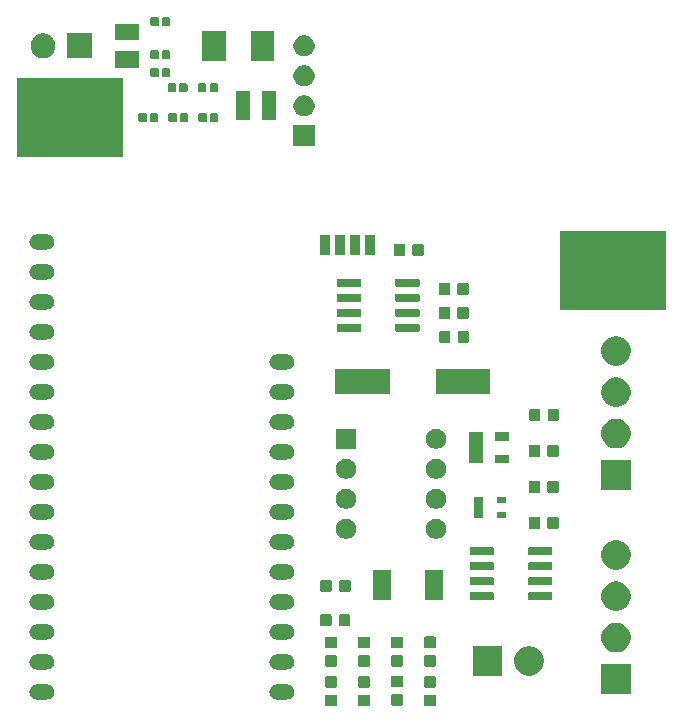
<source format=gbr>
G04 #@! TF.GenerationSoftware,KiCad,Pcbnew,(5.1.5-0-10_14)*
G04 #@! TF.CreationDate,2020-06-30T17:37:43-04:00*
G04 #@! TF.ProjectId,Pinky,50696e6b-792e-46b6-9963-61645f706362,rev?*
G04 #@! TF.SameCoordinates,Original*
G04 #@! TF.FileFunction,Soldermask,Top*
G04 #@! TF.FilePolarity,Negative*
%FSLAX46Y46*%
G04 Gerber Fmt 4.6, Leading zero omitted, Abs format (unit mm)*
G04 Created by KiCad (PCBNEW (5.1.5-0-10_14)) date 2020-06-30 17:37:43*
%MOMM*%
%LPD*%
G04 APERTURE LIST*
%ADD10C,0.100000*%
G04 APERTURE END LIST*
D10*
G36*
X150493591Y-114882585D02*
G01*
X150527569Y-114892893D01*
X150558890Y-114909634D01*
X150586339Y-114932161D01*
X150608866Y-114959610D01*
X150625607Y-114990931D01*
X150635915Y-115024909D01*
X150640000Y-115066390D01*
X150640000Y-115667610D01*
X150635915Y-115709091D01*
X150625607Y-115743069D01*
X150608866Y-115774390D01*
X150586339Y-115801839D01*
X150558890Y-115824366D01*
X150527569Y-115841107D01*
X150493591Y-115851415D01*
X150452110Y-115855500D01*
X149775890Y-115855500D01*
X149734409Y-115851415D01*
X149700431Y-115841107D01*
X149669110Y-115824366D01*
X149641661Y-115801839D01*
X149619134Y-115774390D01*
X149602393Y-115743069D01*
X149592085Y-115709091D01*
X149588000Y-115667610D01*
X149588000Y-115066390D01*
X149592085Y-115024909D01*
X149602393Y-114990931D01*
X149619134Y-114959610D01*
X149641661Y-114932161D01*
X149669110Y-114909634D01*
X149700431Y-114892893D01*
X149734409Y-114882585D01*
X149775890Y-114878500D01*
X150452110Y-114878500D01*
X150493591Y-114882585D01*
G37*
G36*
X144905591Y-114882585D02*
G01*
X144939569Y-114892893D01*
X144970890Y-114909634D01*
X144998339Y-114932161D01*
X145020866Y-114959610D01*
X145037607Y-114990931D01*
X145047915Y-115024909D01*
X145052000Y-115066390D01*
X145052000Y-115667610D01*
X145047915Y-115709091D01*
X145037607Y-115743069D01*
X145020866Y-115774390D01*
X144998339Y-115801839D01*
X144970890Y-115824366D01*
X144939569Y-115841107D01*
X144905591Y-115851415D01*
X144864110Y-115855500D01*
X144187890Y-115855500D01*
X144146409Y-115851415D01*
X144112431Y-115841107D01*
X144081110Y-115824366D01*
X144053661Y-115801839D01*
X144031134Y-115774390D01*
X144014393Y-115743069D01*
X144004085Y-115709091D01*
X144000000Y-115667610D01*
X144000000Y-115066390D01*
X144004085Y-115024909D01*
X144014393Y-114990931D01*
X144031134Y-114959610D01*
X144053661Y-114932161D01*
X144081110Y-114909634D01*
X144112431Y-114892893D01*
X144146409Y-114882585D01*
X144187890Y-114878500D01*
X144864110Y-114878500D01*
X144905591Y-114882585D01*
G37*
G36*
X142111591Y-114882585D02*
G01*
X142145569Y-114892893D01*
X142176890Y-114909634D01*
X142204339Y-114932161D01*
X142226866Y-114959610D01*
X142243607Y-114990931D01*
X142253915Y-115024909D01*
X142258000Y-115066390D01*
X142258000Y-115667610D01*
X142253915Y-115709091D01*
X142243607Y-115743069D01*
X142226866Y-115774390D01*
X142204339Y-115801839D01*
X142176890Y-115824366D01*
X142145569Y-115841107D01*
X142111591Y-115851415D01*
X142070110Y-115855500D01*
X141393890Y-115855500D01*
X141352409Y-115851415D01*
X141318431Y-115841107D01*
X141287110Y-115824366D01*
X141259661Y-115801839D01*
X141237134Y-115774390D01*
X141220393Y-115743069D01*
X141210085Y-115709091D01*
X141206000Y-115667610D01*
X141206000Y-115066390D01*
X141210085Y-115024909D01*
X141220393Y-114990931D01*
X141237134Y-114959610D01*
X141259661Y-114932161D01*
X141287110Y-114909634D01*
X141318431Y-114892893D01*
X141352409Y-114882585D01*
X141393890Y-114878500D01*
X142070110Y-114878500D01*
X142111591Y-114882585D01*
G37*
G36*
X147699591Y-114857085D02*
G01*
X147733569Y-114867393D01*
X147764890Y-114884134D01*
X147792339Y-114906661D01*
X147814866Y-114934110D01*
X147831607Y-114965431D01*
X147841915Y-114999409D01*
X147846000Y-115040890D01*
X147846000Y-115642110D01*
X147841915Y-115683591D01*
X147831607Y-115717569D01*
X147814866Y-115748890D01*
X147792339Y-115776339D01*
X147764890Y-115798866D01*
X147733569Y-115815607D01*
X147699591Y-115825915D01*
X147658110Y-115830000D01*
X146981890Y-115830000D01*
X146940409Y-115825915D01*
X146906431Y-115815607D01*
X146875110Y-115798866D01*
X146847661Y-115776339D01*
X146825134Y-115748890D01*
X146808393Y-115717569D01*
X146798085Y-115683591D01*
X146794000Y-115642110D01*
X146794000Y-115040890D01*
X146798085Y-114999409D01*
X146808393Y-114965431D01*
X146825134Y-114934110D01*
X146847661Y-114906661D01*
X146875110Y-114884134D01*
X146906431Y-114867393D01*
X146940409Y-114857085D01*
X146981890Y-114853000D01*
X147658110Y-114853000D01*
X147699591Y-114857085D01*
G37*
G36*
X138043855Y-113996140D02*
G01*
X138107618Y-114002420D01*
X138198404Y-114029960D01*
X138230336Y-114039646D01*
X138343425Y-114100094D01*
X138442554Y-114181446D01*
X138523906Y-114280575D01*
X138584354Y-114393664D01*
X138584355Y-114393668D01*
X138621580Y-114516382D01*
X138634149Y-114644000D01*
X138621580Y-114771618D01*
X138616307Y-114789000D01*
X138584354Y-114894336D01*
X138523906Y-115007425D01*
X138442554Y-115106554D01*
X138343425Y-115187906D01*
X138230336Y-115248354D01*
X138198404Y-115258040D01*
X138107618Y-115285580D01*
X138043855Y-115291860D01*
X138011974Y-115295000D01*
X137148026Y-115295000D01*
X137116145Y-115291860D01*
X137052382Y-115285580D01*
X136961596Y-115258040D01*
X136929664Y-115248354D01*
X136816575Y-115187906D01*
X136717446Y-115106554D01*
X136636094Y-115007425D01*
X136575646Y-114894336D01*
X136543693Y-114789000D01*
X136538420Y-114771618D01*
X136525851Y-114644000D01*
X136538420Y-114516382D01*
X136575645Y-114393668D01*
X136575646Y-114393664D01*
X136636094Y-114280575D01*
X136717446Y-114181446D01*
X136816575Y-114100094D01*
X136929664Y-114039646D01*
X136961596Y-114029960D01*
X137052382Y-114002420D01*
X137116145Y-113996140D01*
X137148026Y-113993000D01*
X138011974Y-113993000D01*
X138043855Y-113996140D01*
G37*
G36*
X117723855Y-113996140D02*
G01*
X117787618Y-114002420D01*
X117878404Y-114029960D01*
X117910336Y-114039646D01*
X118023425Y-114100094D01*
X118122554Y-114181446D01*
X118203906Y-114280575D01*
X118264354Y-114393664D01*
X118264355Y-114393668D01*
X118301580Y-114516382D01*
X118314149Y-114644000D01*
X118301580Y-114771618D01*
X118296307Y-114789000D01*
X118264354Y-114894336D01*
X118203906Y-115007425D01*
X118122554Y-115106554D01*
X118023425Y-115187906D01*
X117910336Y-115248354D01*
X117878404Y-115258040D01*
X117787618Y-115285580D01*
X117723855Y-115291860D01*
X117691974Y-115295000D01*
X116828026Y-115295000D01*
X116796145Y-115291860D01*
X116732382Y-115285580D01*
X116641596Y-115258040D01*
X116609664Y-115248354D01*
X116496575Y-115187906D01*
X116397446Y-115106554D01*
X116316094Y-115007425D01*
X116255646Y-114894336D01*
X116223693Y-114789000D01*
X116218420Y-114771618D01*
X116205851Y-114644000D01*
X116218420Y-114516382D01*
X116255645Y-114393668D01*
X116255646Y-114393664D01*
X116316094Y-114280575D01*
X116397446Y-114181446D01*
X116496575Y-114100094D01*
X116609664Y-114039646D01*
X116641596Y-114029960D01*
X116732382Y-114002420D01*
X116796145Y-113996140D01*
X116828026Y-113993000D01*
X117691974Y-113993000D01*
X117723855Y-113996140D01*
G37*
G36*
X167113000Y-114789000D02*
G01*
X164611000Y-114789000D01*
X164611000Y-112287000D01*
X167113000Y-112287000D01*
X167113000Y-114789000D01*
G37*
G36*
X142111591Y-113307585D02*
G01*
X142145569Y-113317893D01*
X142176890Y-113334634D01*
X142204339Y-113357161D01*
X142226866Y-113384610D01*
X142243607Y-113415931D01*
X142253915Y-113449909D01*
X142258000Y-113491390D01*
X142258000Y-114092610D01*
X142253915Y-114134091D01*
X142243607Y-114168069D01*
X142226866Y-114199390D01*
X142204339Y-114226839D01*
X142176890Y-114249366D01*
X142145569Y-114266107D01*
X142111591Y-114276415D01*
X142070110Y-114280500D01*
X141393890Y-114280500D01*
X141352409Y-114276415D01*
X141318431Y-114266107D01*
X141287110Y-114249366D01*
X141259661Y-114226839D01*
X141237134Y-114199390D01*
X141220393Y-114168069D01*
X141210085Y-114134091D01*
X141206000Y-114092610D01*
X141206000Y-113491390D01*
X141210085Y-113449909D01*
X141220393Y-113415931D01*
X141237134Y-113384610D01*
X141259661Y-113357161D01*
X141287110Y-113334634D01*
X141318431Y-113317893D01*
X141352409Y-113307585D01*
X141393890Y-113303500D01*
X142070110Y-113303500D01*
X142111591Y-113307585D01*
G37*
G36*
X150493591Y-113307585D02*
G01*
X150527569Y-113317893D01*
X150558890Y-113334634D01*
X150586339Y-113357161D01*
X150608866Y-113384610D01*
X150625607Y-113415931D01*
X150635915Y-113449909D01*
X150640000Y-113491390D01*
X150640000Y-114092610D01*
X150635915Y-114134091D01*
X150625607Y-114168069D01*
X150608866Y-114199390D01*
X150586339Y-114226839D01*
X150558890Y-114249366D01*
X150527569Y-114266107D01*
X150493591Y-114276415D01*
X150452110Y-114280500D01*
X149775890Y-114280500D01*
X149734409Y-114276415D01*
X149700431Y-114266107D01*
X149669110Y-114249366D01*
X149641661Y-114226839D01*
X149619134Y-114199390D01*
X149602393Y-114168069D01*
X149592085Y-114134091D01*
X149588000Y-114092610D01*
X149588000Y-113491390D01*
X149592085Y-113449909D01*
X149602393Y-113415931D01*
X149619134Y-113384610D01*
X149641661Y-113357161D01*
X149669110Y-113334634D01*
X149700431Y-113317893D01*
X149734409Y-113307585D01*
X149775890Y-113303500D01*
X150452110Y-113303500D01*
X150493591Y-113307585D01*
G37*
G36*
X144905591Y-113307585D02*
G01*
X144939569Y-113317893D01*
X144970890Y-113334634D01*
X144998339Y-113357161D01*
X145020866Y-113384610D01*
X145037607Y-113415931D01*
X145047915Y-113449909D01*
X145052000Y-113491390D01*
X145052000Y-114092610D01*
X145047915Y-114134091D01*
X145037607Y-114168069D01*
X145020866Y-114199390D01*
X144998339Y-114226839D01*
X144970890Y-114249366D01*
X144939569Y-114266107D01*
X144905591Y-114276415D01*
X144864110Y-114280500D01*
X144187890Y-114280500D01*
X144146409Y-114276415D01*
X144112431Y-114266107D01*
X144081110Y-114249366D01*
X144053661Y-114226839D01*
X144031134Y-114199390D01*
X144014393Y-114168069D01*
X144004085Y-114134091D01*
X144000000Y-114092610D01*
X144000000Y-113491390D01*
X144004085Y-113449909D01*
X144014393Y-113415931D01*
X144031134Y-113384610D01*
X144053661Y-113357161D01*
X144081110Y-113334634D01*
X144112431Y-113317893D01*
X144146409Y-113307585D01*
X144187890Y-113303500D01*
X144864110Y-113303500D01*
X144905591Y-113307585D01*
G37*
G36*
X147699591Y-113282085D02*
G01*
X147733569Y-113292393D01*
X147764890Y-113309134D01*
X147792339Y-113331661D01*
X147814866Y-113359110D01*
X147831607Y-113390431D01*
X147841915Y-113424409D01*
X147846000Y-113465890D01*
X147846000Y-114067110D01*
X147841915Y-114108591D01*
X147831607Y-114142569D01*
X147814866Y-114173890D01*
X147792339Y-114201339D01*
X147764890Y-114223866D01*
X147733569Y-114240607D01*
X147699591Y-114250915D01*
X147658110Y-114255000D01*
X146981890Y-114255000D01*
X146940409Y-114250915D01*
X146906431Y-114240607D01*
X146875110Y-114223866D01*
X146847661Y-114201339D01*
X146825134Y-114173890D01*
X146808393Y-114142569D01*
X146798085Y-114108591D01*
X146794000Y-114067110D01*
X146794000Y-113465890D01*
X146798085Y-113424409D01*
X146808393Y-113390431D01*
X146825134Y-113359110D01*
X146847661Y-113331661D01*
X146875110Y-113309134D01*
X146906431Y-113292393D01*
X146940409Y-113282085D01*
X146981890Y-113278000D01*
X147658110Y-113278000D01*
X147699591Y-113282085D01*
G37*
G36*
X156247000Y-113265000D02*
G01*
X153745000Y-113265000D01*
X153745000Y-110763000D01*
X156247000Y-110763000D01*
X156247000Y-113265000D01*
G37*
G36*
X158860903Y-110811075D02*
G01*
X159042600Y-110886336D01*
X159088571Y-110905378D01*
X159293466Y-111042285D01*
X159467715Y-111216534D01*
X159516135Y-111289000D01*
X159604623Y-111421431D01*
X159698925Y-111649097D01*
X159747000Y-111890786D01*
X159747000Y-112137214D01*
X159698925Y-112378903D01*
X159649674Y-112497807D01*
X159604622Y-112606571D01*
X159467715Y-112811466D01*
X159293466Y-112985715D01*
X159088571Y-113122622D01*
X159088570Y-113122623D01*
X159088569Y-113122623D01*
X158860903Y-113216925D01*
X158619214Y-113265000D01*
X158372786Y-113265000D01*
X158131097Y-113216925D01*
X157903431Y-113122623D01*
X157903430Y-113122623D01*
X157903429Y-113122622D01*
X157698534Y-112985715D01*
X157524285Y-112811466D01*
X157387378Y-112606571D01*
X157342327Y-112497807D01*
X157293075Y-112378903D01*
X157245000Y-112137214D01*
X157245000Y-111890786D01*
X157293075Y-111649097D01*
X157387377Y-111421431D01*
X157475865Y-111289000D01*
X157524285Y-111216534D01*
X157698534Y-111042285D01*
X157903429Y-110905378D01*
X157949401Y-110886336D01*
X158131097Y-110811075D01*
X158372786Y-110763000D01*
X158619214Y-110763000D01*
X158860903Y-110811075D01*
G37*
G36*
X117723855Y-111456140D02*
G01*
X117787618Y-111462420D01*
X117878404Y-111489960D01*
X117910336Y-111499646D01*
X118023425Y-111560094D01*
X118122554Y-111641446D01*
X118203906Y-111740575D01*
X118264354Y-111853664D01*
X118264355Y-111853668D01*
X118301580Y-111976382D01*
X118314149Y-112104000D01*
X118301580Y-112231618D01*
X118293501Y-112258250D01*
X118264354Y-112354336D01*
X118203906Y-112467425D01*
X118122554Y-112566554D01*
X118023425Y-112647906D01*
X117910336Y-112708354D01*
X117878404Y-112718040D01*
X117787618Y-112745580D01*
X117723855Y-112751860D01*
X117691974Y-112755000D01*
X116828026Y-112755000D01*
X116796145Y-112751860D01*
X116732382Y-112745580D01*
X116641596Y-112718040D01*
X116609664Y-112708354D01*
X116496575Y-112647906D01*
X116397446Y-112566554D01*
X116316094Y-112467425D01*
X116255646Y-112354336D01*
X116226499Y-112258250D01*
X116218420Y-112231618D01*
X116205851Y-112104000D01*
X116218420Y-111976382D01*
X116255645Y-111853668D01*
X116255646Y-111853664D01*
X116316094Y-111740575D01*
X116397446Y-111641446D01*
X116496575Y-111560094D01*
X116609664Y-111499646D01*
X116641596Y-111489960D01*
X116732382Y-111462420D01*
X116796145Y-111456140D01*
X116828026Y-111453000D01*
X117691974Y-111453000D01*
X117723855Y-111456140D01*
G37*
G36*
X138043855Y-111456140D02*
G01*
X138107618Y-111462420D01*
X138198404Y-111489960D01*
X138230336Y-111499646D01*
X138343425Y-111560094D01*
X138442554Y-111641446D01*
X138523906Y-111740575D01*
X138584354Y-111853664D01*
X138584355Y-111853668D01*
X138621580Y-111976382D01*
X138634149Y-112104000D01*
X138621580Y-112231618D01*
X138613501Y-112258250D01*
X138584354Y-112354336D01*
X138523906Y-112467425D01*
X138442554Y-112566554D01*
X138343425Y-112647906D01*
X138230336Y-112708354D01*
X138198404Y-112718040D01*
X138107618Y-112745580D01*
X138043855Y-112751860D01*
X138011974Y-112755000D01*
X137148026Y-112755000D01*
X137116145Y-112751860D01*
X137052382Y-112745580D01*
X136961596Y-112718040D01*
X136929664Y-112708354D01*
X136816575Y-112647906D01*
X136717446Y-112566554D01*
X136636094Y-112467425D01*
X136575646Y-112354336D01*
X136546499Y-112258250D01*
X136538420Y-112231618D01*
X136525851Y-112104000D01*
X136538420Y-111976382D01*
X136575645Y-111853668D01*
X136575646Y-111853664D01*
X136636094Y-111740575D01*
X136717446Y-111641446D01*
X136816575Y-111560094D01*
X136929664Y-111499646D01*
X136961596Y-111489960D01*
X137052382Y-111462420D01*
X137116145Y-111456140D01*
X137148026Y-111453000D01*
X138011974Y-111453000D01*
X138043855Y-111456140D01*
G37*
G36*
X147699591Y-111555085D02*
G01*
X147733569Y-111565393D01*
X147764890Y-111582134D01*
X147792339Y-111604661D01*
X147814866Y-111632110D01*
X147831607Y-111663431D01*
X147841915Y-111697409D01*
X147846000Y-111738890D01*
X147846000Y-112340110D01*
X147841915Y-112381591D01*
X147831607Y-112415569D01*
X147814866Y-112446890D01*
X147792339Y-112474339D01*
X147764890Y-112496866D01*
X147733569Y-112513607D01*
X147699591Y-112523915D01*
X147658110Y-112528000D01*
X146981890Y-112528000D01*
X146940409Y-112523915D01*
X146906431Y-112513607D01*
X146875110Y-112496866D01*
X146847661Y-112474339D01*
X146825134Y-112446890D01*
X146808393Y-112415569D01*
X146798085Y-112381591D01*
X146794000Y-112340110D01*
X146794000Y-111738890D01*
X146798085Y-111697409D01*
X146808393Y-111663431D01*
X146825134Y-111632110D01*
X146847661Y-111604661D01*
X146875110Y-111582134D01*
X146906431Y-111565393D01*
X146940409Y-111555085D01*
X146981890Y-111551000D01*
X147658110Y-111551000D01*
X147699591Y-111555085D01*
G37*
G36*
X142111591Y-111555085D02*
G01*
X142145569Y-111565393D01*
X142176890Y-111582134D01*
X142204339Y-111604661D01*
X142226866Y-111632110D01*
X142243607Y-111663431D01*
X142253915Y-111697409D01*
X142258000Y-111738890D01*
X142258000Y-112340110D01*
X142253915Y-112381591D01*
X142243607Y-112415569D01*
X142226866Y-112446890D01*
X142204339Y-112474339D01*
X142176890Y-112496866D01*
X142145569Y-112513607D01*
X142111591Y-112523915D01*
X142070110Y-112528000D01*
X141393890Y-112528000D01*
X141352409Y-112523915D01*
X141318431Y-112513607D01*
X141287110Y-112496866D01*
X141259661Y-112474339D01*
X141237134Y-112446890D01*
X141220393Y-112415569D01*
X141210085Y-112381591D01*
X141206000Y-112340110D01*
X141206000Y-111738890D01*
X141210085Y-111697409D01*
X141220393Y-111663431D01*
X141237134Y-111632110D01*
X141259661Y-111604661D01*
X141287110Y-111582134D01*
X141318431Y-111565393D01*
X141352409Y-111555085D01*
X141393890Y-111551000D01*
X142070110Y-111551000D01*
X142111591Y-111555085D01*
G37*
G36*
X144905591Y-111555085D02*
G01*
X144939569Y-111565393D01*
X144970890Y-111582134D01*
X144998339Y-111604661D01*
X145020866Y-111632110D01*
X145037607Y-111663431D01*
X145047915Y-111697409D01*
X145052000Y-111738890D01*
X145052000Y-112340110D01*
X145047915Y-112381591D01*
X145037607Y-112415569D01*
X145020866Y-112446890D01*
X144998339Y-112474339D01*
X144970890Y-112496866D01*
X144939569Y-112513607D01*
X144905591Y-112523915D01*
X144864110Y-112528000D01*
X144187890Y-112528000D01*
X144146409Y-112523915D01*
X144112431Y-112513607D01*
X144081110Y-112496866D01*
X144053661Y-112474339D01*
X144031134Y-112446890D01*
X144014393Y-112415569D01*
X144004085Y-112381591D01*
X144000000Y-112340110D01*
X144000000Y-111738890D01*
X144004085Y-111697409D01*
X144014393Y-111663431D01*
X144031134Y-111632110D01*
X144053661Y-111604661D01*
X144081110Y-111582134D01*
X144112431Y-111565393D01*
X144146409Y-111555085D01*
X144187890Y-111551000D01*
X144864110Y-111551000D01*
X144905591Y-111555085D01*
G37*
G36*
X150493591Y-111529585D02*
G01*
X150527569Y-111539893D01*
X150558890Y-111556634D01*
X150586339Y-111579161D01*
X150608866Y-111606610D01*
X150625607Y-111637931D01*
X150635915Y-111671909D01*
X150640000Y-111713390D01*
X150640000Y-112314610D01*
X150635915Y-112356091D01*
X150625607Y-112390069D01*
X150608866Y-112421390D01*
X150586339Y-112448839D01*
X150558890Y-112471366D01*
X150527569Y-112488107D01*
X150493591Y-112498415D01*
X150452110Y-112502500D01*
X149775890Y-112502500D01*
X149734409Y-112498415D01*
X149700431Y-112488107D01*
X149669110Y-112471366D01*
X149641661Y-112448839D01*
X149619134Y-112421390D01*
X149602393Y-112390069D01*
X149592085Y-112356091D01*
X149588000Y-112314610D01*
X149588000Y-111713390D01*
X149592085Y-111671909D01*
X149602393Y-111637931D01*
X149619134Y-111606610D01*
X149641661Y-111579161D01*
X149669110Y-111556634D01*
X149700431Y-111539893D01*
X149734409Y-111529585D01*
X149775890Y-111525500D01*
X150452110Y-111525500D01*
X150493591Y-111529585D01*
G37*
G36*
X166226903Y-108835075D02*
G01*
X166418414Y-108914401D01*
X166454571Y-108929378D01*
X166659466Y-109066285D01*
X166833715Y-109240534D01*
X166964577Y-109436382D01*
X166970623Y-109445431D01*
X167064925Y-109673097D01*
X167113000Y-109914786D01*
X167113000Y-110161214D01*
X167110735Y-110172599D01*
X167064925Y-110402903D01*
X166970622Y-110630571D01*
X166833715Y-110835466D01*
X166659466Y-111009715D01*
X166454571Y-111146622D01*
X166454570Y-111146623D01*
X166454569Y-111146623D01*
X166226903Y-111240925D01*
X165985214Y-111289000D01*
X165738786Y-111289000D01*
X165497097Y-111240925D01*
X165269431Y-111146623D01*
X165269430Y-111146623D01*
X165269429Y-111146622D01*
X165064534Y-111009715D01*
X164890285Y-110835466D01*
X164753378Y-110630571D01*
X164659075Y-110402903D01*
X164613265Y-110172599D01*
X164611000Y-110161214D01*
X164611000Y-109914786D01*
X164659075Y-109673097D01*
X164753377Y-109445431D01*
X164759423Y-109436382D01*
X164890285Y-109240534D01*
X165064534Y-109066285D01*
X165269429Y-108929378D01*
X165305587Y-108914401D01*
X165497097Y-108835075D01*
X165738786Y-108787000D01*
X165985214Y-108787000D01*
X166226903Y-108835075D01*
G37*
G36*
X144905591Y-109980085D02*
G01*
X144939569Y-109990393D01*
X144970890Y-110007134D01*
X144998339Y-110029661D01*
X145020866Y-110057110D01*
X145037607Y-110088431D01*
X145047915Y-110122409D01*
X145052000Y-110163890D01*
X145052000Y-110765110D01*
X145047915Y-110806591D01*
X145037607Y-110840569D01*
X145020866Y-110871890D01*
X144998339Y-110899339D01*
X144970890Y-110921866D01*
X144939569Y-110938607D01*
X144905591Y-110948915D01*
X144864110Y-110953000D01*
X144187890Y-110953000D01*
X144146409Y-110948915D01*
X144112431Y-110938607D01*
X144081110Y-110921866D01*
X144053661Y-110899339D01*
X144031134Y-110871890D01*
X144014393Y-110840569D01*
X144004085Y-110806591D01*
X144000000Y-110765110D01*
X144000000Y-110163890D01*
X144004085Y-110122409D01*
X144014393Y-110088431D01*
X144031134Y-110057110D01*
X144053661Y-110029661D01*
X144081110Y-110007134D01*
X144112431Y-109990393D01*
X144146409Y-109980085D01*
X144187890Y-109976000D01*
X144864110Y-109976000D01*
X144905591Y-109980085D01*
G37*
G36*
X147699591Y-109980085D02*
G01*
X147733569Y-109990393D01*
X147764890Y-110007134D01*
X147792339Y-110029661D01*
X147814866Y-110057110D01*
X147831607Y-110088431D01*
X147841915Y-110122409D01*
X147846000Y-110163890D01*
X147846000Y-110765110D01*
X147841915Y-110806591D01*
X147831607Y-110840569D01*
X147814866Y-110871890D01*
X147792339Y-110899339D01*
X147764890Y-110921866D01*
X147733569Y-110938607D01*
X147699591Y-110948915D01*
X147658110Y-110953000D01*
X146981890Y-110953000D01*
X146940409Y-110948915D01*
X146906431Y-110938607D01*
X146875110Y-110921866D01*
X146847661Y-110899339D01*
X146825134Y-110871890D01*
X146808393Y-110840569D01*
X146798085Y-110806591D01*
X146794000Y-110765110D01*
X146794000Y-110163890D01*
X146798085Y-110122409D01*
X146808393Y-110088431D01*
X146825134Y-110057110D01*
X146847661Y-110029661D01*
X146875110Y-110007134D01*
X146906431Y-109990393D01*
X146940409Y-109980085D01*
X146981890Y-109976000D01*
X147658110Y-109976000D01*
X147699591Y-109980085D01*
G37*
G36*
X142111591Y-109980085D02*
G01*
X142145569Y-109990393D01*
X142176890Y-110007134D01*
X142204339Y-110029661D01*
X142226866Y-110057110D01*
X142243607Y-110088431D01*
X142253915Y-110122409D01*
X142258000Y-110163890D01*
X142258000Y-110765110D01*
X142253915Y-110806591D01*
X142243607Y-110840569D01*
X142226866Y-110871890D01*
X142204339Y-110899339D01*
X142176890Y-110921866D01*
X142145569Y-110938607D01*
X142111591Y-110948915D01*
X142070110Y-110953000D01*
X141393890Y-110953000D01*
X141352409Y-110948915D01*
X141318431Y-110938607D01*
X141287110Y-110921866D01*
X141259661Y-110899339D01*
X141237134Y-110871890D01*
X141220393Y-110840569D01*
X141210085Y-110806591D01*
X141206000Y-110765110D01*
X141206000Y-110163890D01*
X141210085Y-110122409D01*
X141220393Y-110088431D01*
X141237134Y-110057110D01*
X141259661Y-110029661D01*
X141287110Y-110007134D01*
X141318431Y-109990393D01*
X141352409Y-109980085D01*
X141393890Y-109976000D01*
X142070110Y-109976000D01*
X142111591Y-109980085D01*
G37*
G36*
X150493591Y-109954585D02*
G01*
X150527569Y-109964893D01*
X150558890Y-109981634D01*
X150586339Y-110004161D01*
X150608866Y-110031610D01*
X150625607Y-110062931D01*
X150635915Y-110096909D01*
X150640000Y-110138390D01*
X150640000Y-110739610D01*
X150635915Y-110781091D01*
X150625607Y-110815069D01*
X150608866Y-110846390D01*
X150586339Y-110873839D01*
X150558890Y-110896366D01*
X150527569Y-110913107D01*
X150493591Y-110923415D01*
X150452110Y-110927500D01*
X149775890Y-110927500D01*
X149734409Y-110923415D01*
X149700431Y-110913107D01*
X149669110Y-110896366D01*
X149641661Y-110873839D01*
X149619134Y-110846390D01*
X149602393Y-110815069D01*
X149592085Y-110781091D01*
X149588000Y-110739610D01*
X149588000Y-110138390D01*
X149592085Y-110096909D01*
X149602393Y-110062931D01*
X149619134Y-110031610D01*
X149641661Y-110004161D01*
X149669110Y-109981634D01*
X149700431Y-109964893D01*
X149734409Y-109954585D01*
X149775890Y-109950500D01*
X150452110Y-109950500D01*
X150493591Y-109954585D01*
G37*
G36*
X138026198Y-108914401D02*
G01*
X138107618Y-108922420D01*
X138198404Y-108949960D01*
X138230336Y-108959646D01*
X138343425Y-109020094D01*
X138442554Y-109101446D01*
X138523906Y-109200575D01*
X138584354Y-109313664D01*
X138584355Y-109313668D01*
X138621580Y-109436382D01*
X138634149Y-109564000D01*
X138621580Y-109691618D01*
X138594040Y-109782404D01*
X138584354Y-109814336D01*
X138523906Y-109927425D01*
X138442554Y-110026554D01*
X138343425Y-110107906D01*
X138230336Y-110168354D01*
X138198404Y-110178040D01*
X138107618Y-110205580D01*
X138043855Y-110211860D01*
X138011974Y-110215000D01*
X137148026Y-110215000D01*
X137116145Y-110211860D01*
X137052382Y-110205580D01*
X136961596Y-110178040D01*
X136929664Y-110168354D01*
X136816575Y-110107906D01*
X136717446Y-110026554D01*
X136636094Y-109927425D01*
X136575646Y-109814336D01*
X136565960Y-109782404D01*
X136538420Y-109691618D01*
X136525851Y-109564000D01*
X136538420Y-109436382D01*
X136575645Y-109313668D01*
X136575646Y-109313664D01*
X136636094Y-109200575D01*
X136717446Y-109101446D01*
X136816575Y-109020094D01*
X136929664Y-108959646D01*
X136961596Y-108949960D01*
X137052382Y-108922420D01*
X137133802Y-108914401D01*
X137148026Y-108913000D01*
X138011974Y-108913000D01*
X138026198Y-108914401D01*
G37*
G36*
X117706198Y-108914401D02*
G01*
X117787618Y-108922420D01*
X117878404Y-108949960D01*
X117910336Y-108959646D01*
X118023425Y-109020094D01*
X118122554Y-109101446D01*
X118203906Y-109200575D01*
X118264354Y-109313664D01*
X118264355Y-109313668D01*
X118301580Y-109436382D01*
X118314149Y-109564000D01*
X118301580Y-109691618D01*
X118274040Y-109782404D01*
X118264354Y-109814336D01*
X118203906Y-109927425D01*
X118122554Y-110026554D01*
X118023425Y-110107906D01*
X117910336Y-110168354D01*
X117878404Y-110178040D01*
X117787618Y-110205580D01*
X117723855Y-110211860D01*
X117691974Y-110215000D01*
X116828026Y-110215000D01*
X116796145Y-110211860D01*
X116732382Y-110205580D01*
X116641596Y-110178040D01*
X116609664Y-110168354D01*
X116496575Y-110107906D01*
X116397446Y-110026554D01*
X116316094Y-109927425D01*
X116255646Y-109814336D01*
X116245960Y-109782404D01*
X116218420Y-109691618D01*
X116205851Y-109564000D01*
X116218420Y-109436382D01*
X116255645Y-109313668D01*
X116255646Y-109313664D01*
X116316094Y-109200575D01*
X116397446Y-109101446D01*
X116496575Y-109020094D01*
X116609664Y-108959646D01*
X116641596Y-108949960D01*
X116732382Y-108922420D01*
X116813802Y-108914401D01*
X116828026Y-108913000D01*
X117691974Y-108913000D01*
X117706198Y-108914401D01*
G37*
G36*
X143217091Y-108063085D02*
G01*
X143251069Y-108073393D01*
X143282390Y-108090134D01*
X143309839Y-108112661D01*
X143332366Y-108140110D01*
X143349107Y-108171431D01*
X143359415Y-108205409D01*
X143363500Y-108246890D01*
X143363500Y-108923110D01*
X143359415Y-108964591D01*
X143349107Y-108998569D01*
X143332366Y-109029890D01*
X143309839Y-109057339D01*
X143282390Y-109079866D01*
X143251069Y-109096607D01*
X143217091Y-109106915D01*
X143175610Y-109111000D01*
X142574390Y-109111000D01*
X142532909Y-109106915D01*
X142498931Y-109096607D01*
X142467610Y-109079866D01*
X142440161Y-109057339D01*
X142417634Y-109029890D01*
X142400893Y-108998569D01*
X142390585Y-108964591D01*
X142386500Y-108923110D01*
X142386500Y-108246890D01*
X142390585Y-108205409D01*
X142400893Y-108171431D01*
X142417634Y-108140110D01*
X142440161Y-108112661D01*
X142467610Y-108090134D01*
X142498931Y-108073393D01*
X142532909Y-108063085D01*
X142574390Y-108059000D01*
X143175610Y-108059000D01*
X143217091Y-108063085D01*
G37*
G36*
X141642091Y-108063085D02*
G01*
X141676069Y-108073393D01*
X141707390Y-108090134D01*
X141734839Y-108112661D01*
X141757366Y-108140110D01*
X141774107Y-108171431D01*
X141784415Y-108205409D01*
X141788500Y-108246890D01*
X141788500Y-108923110D01*
X141784415Y-108964591D01*
X141774107Y-108998569D01*
X141757366Y-109029890D01*
X141734839Y-109057339D01*
X141707390Y-109079866D01*
X141676069Y-109096607D01*
X141642091Y-109106915D01*
X141600610Y-109111000D01*
X140999390Y-109111000D01*
X140957909Y-109106915D01*
X140923931Y-109096607D01*
X140892610Y-109079866D01*
X140865161Y-109057339D01*
X140842634Y-109029890D01*
X140825893Y-108998569D01*
X140815585Y-108964591D01*
X140811500Y-108923110D01*
X140811500Y-108246890D01*
X140815585Y-108205409D01*
X140825893Y-108171431D01*
X140842634Y-108140110D01*
X140865161Y-108112661D01*
X140892610Y-108090134D01*
X140923931Y-108073393D01*
X140957909Y-108063085D01*
X140999390Y-108059000D01*
X141600610Y-108059000D01*
X141642091Y-108063085D01*
G37*
G36*
X166180727Y-105325890D02*
G01*
X166226903Y-105335075D01*
X166454571Y-105429378D01*
X166659466Y-105566285D01*
X166833715Y-105740534D01*
X166833716Y-105740536D01*
X166970623Y-105945431D01*
X167064925Y-106173097D01*
X167113000Y-106414786D01*
X167113000Y-106661214D01*
X167090632Y-106773664D01*
X167064925Y-106902903D01*
X166970622Y-107130571D01*
X166833715Y-107335466D01*
X166659466Y-107509715D01*
X166454571Y-107646622D01*
X166454570Y-107646623D01*
X166454569Y-107646623D01*
X166226903Y-107740925D01*
X165985214Y-107789000D01*
X165738786Y-107789000D01*
X165497097Y-107740925D01*
X165269431Y-107646623D01*
X165269430Y-107646623D01*
X165269429Y-107646622D01*
X165064534Y-107509715D01*
X164890285Y-107335466D01*
X164753378Y-107130571D01*
X164659075Y-106902903D01*
X164633368Y-106773664D01*
X164611000Y-106661214D01*
X164611000Y-106414786D01*
X164659075Y-106173097D01*
X164753377Y-105945431D01*
X164890284Y-105740536D01*
X164890285Y-105740534D01*
X165064534Y-105566285D01*
X165269429Y-105429378D01*
X165497097Y-105335075D01*
X165543273Y-105325890D01*
X165738786Y-105287000D01*
X165985214Y-105287000D01*
X166180727Y-105325890D01*
G37*
G36*
X138043855Y-106376140D02*
G01*
X138107618Y-106382420D01*
X138198404Y-106409960D01*
X138230336Y-106419646D01*
X138343425Y-106480094D01*
X138442554Y-106561446D01*
X138523906Y-106660575D01*
X138584354Y-106773664D01*
X138584355Y-106773668D01*
X138621580Y-106896382D01*
X138634149Y-107024000D01*
X138621580Y-107151618D01*
X138594040Y-107242404D01*
X138584354Y-107274336D01*
X138523906Y-107387425D01*
X138442554Y-107486554D01*
X138343425Y-107567906D01*
X138230336Y-107628354D01*
X138198404Y-107638040D01*
X138107618Y-107665580D01*
X138043855Y-107671860D01*
X138011974Y-107675000D01*
X137148026Y-107675000D01*
X137116145Y-107671860D01*
X137052382Y-107665580D01*
X136961596Y-107638040D01*
X136929664Y-107628354D01*
X136816575Y-107567906D01*
X136717446Y-107486554D01*
X136636094Y-107387425D01*
X136575646Y-107274336D01*
X136565960Y-107242404D01*
X136538420Y-107151618D01*
X136525851Y-107024000D01*
X136538420Y-106896382D01*
X136575645Y-106773668D01*
X136575646Y-106773664D01*
X136636094Y-106660575D01*
X136717446Y-106561446D01*
X136816575Y-106480094D01*
X136929664Y-106419646D01*
X136961596Y-106409960D01*
X137052382Y-106382420D01*
X137116145Y-106376140D01*
X137148026Y-106373000D01*
X138011974Y-106373000D01*
X138043855Y-106376140D01*
G37*
G36*
X117723855Y-106376140D02*
G01*
X117787618Y-106382420D01*
X117878404Y-106409960D01*
X117910336Y-106419646D01*
X118023425Y-106480094D01*
X118122554Y-106561446D01*
X118203906Y-106660575D01*
X118264354Y-106773664D01*
X118264355Y-106773668D01*
X118301580Y-106896382D01*
X118314149Y-107024000D01*
X118301580Y-107151618D01*
X118274040Y-107242404D01*
X118264354Y-107274336D01*
X118203906Y-107387425D01*
X118122554Y-107486554D01*
X118023425Y-107567906D01*
X117910336Y-107628354D01*
X117878404Y-107638040D01*
X117787618Y-107665580D01*
X117723855Y-107671860D01*
X117691974Y-107675000D01*
X116828026Y-107675000D01*
X116796145Y-107671860D01*
X116732382Y-107665580D01*
X116641596Y-107638040D01*
X116609664Y-107628354D01*
X116496575Y-107567906D01*
X116397446Y-107486554D01*
X116316094Y-107387425D01*
X116255646Y-107274336D01*
X116245960Y-107242404D01*
X116218420Y-107151618D01*
X116205851Y-107024000D01*
X116218420Y-106896382D01*
X116255645Y-106773668D01*
X116255646Y-106773664D01*
X116316094Y-106660575D01*
X116397446Y-106561446D01*
X116496575Y-106480094D01*
X116609664Y-106419646D01*
X116641596Y-106409960D01*
X116732382Y-106382420D01*
X116796145Y-106376140D01*
X116828026Y-106373000D01*
X117691974Y-106373000D01*
X117723855Y-106376140D01*
G37*
G36*
X160381928Y-106204764D02*
G01*
X160403009Y-106211160D01*
X160422445Y-106221548D01*
X160439476Y-106235524D01*
X160453452Y-106252555D01*
X160463840Y-106271991D01*
X160470236Y-106293072D01*
X160473000Y-106321140D01*
X160473000Y-106784860D01*
X160470236Y-106812928D01*
X160463840Y-106834009D01*
X160453452Y-106853445D01*
X160439476Y-106870476D01*
X160422445Y-106884452D01*
X160403009Y-106894840D01*
X160381928Y-106901236D01*
X160353860Y-106904000D01*
X158540140Y-106904000D01*
X158512072Y-106901236D01*
X158490991Y-106894840D01*
X158471555Y-106884452D01*
X158454524Y-106870476D01*
X158440548Y-106853445D01*
X158430160Y-106834009D01*
X158423764Y-106812928D01*
X158421000Y-106784860D01*
X158421000Y-106321140D01*
X158423764Y-106293072D01*
X158430160Y-106271991D01*
X158440548Y-106252555D01*
X158454524Y-106235524D01*
X158471555Y-106221548D01*
X158490991Y-106211160D01*
X158512072Y-106204764D01*
X158540140Y-106202000D01*
X160353860Y-106202000D01*
X160381928Y-106204764D01*
G37*
G36*
X155431928Y-106204764D02*
G01*
X155453009Y-106211160D01*
X155472445Y-106221548D01*
X155489476Y-106235524D01*
X155503452Y-106252555D01*
X155513840Y-106271991D01*
X155520236Y-106293072D01*
X155523000Y-106321140D01*
X155523000Y-106784860D01*
X155520236Y-106812928D01*
X155513840Y-106834009D01*
X155503452Y-106853445D01*
X155489476Y-106870476D01*
X155472445Y-106884452D01*
X155453009Y-106894840D01*
X155431928Y-106901236D01*
X155403860Y-106904000D01*
X153590140Y-106904000D01*
X153562072Y-106901236D01*
X153540991Y-106894840D01*
X153521555Y-106884452D01*
X153504524Y-106870476D01*
X153490548Y-106853445D01*
X153480160Y-106834009D01*
X153473764Y-106812928D01*
X153471000Y-106784860D01*
X153471000Y-106321140D01*
X153473764Y-106293072D01*
X153480160Y-106271991D01*
X153490548Y-106252555D01*
X153504524Y-106235524D01*
X153521555Y-106221548D01*
X153540991Y-106211160D01*
X153562072Y-106204764D01*
X153590140Y-106202000D01*
X155403860Y-106202000D01*
X155431928Y-106204764D01*
G37*
G36*
X151226000Y-106844000D02*
G01*
X149674000Y-106844000D01*
X149674000Y-104342000D01*
X151226000Y-104342000D01*
X151226000Y-106844000D01*
G37*
G36*
X146826000Y-106844000D02*
G01*
X145274000Y-106844000D01*
X145274000Y-104342000D01*
X146826000Y-104342000D01*
X146826000Y-106844000D01*
G37*
G36*
X143242591Y-105142085D02*
G01*
X143276569Y-105152393D01*
X143307890Y-105169134D01*
X143335339Y-105191661D01*
X143357866Y-105219110D01*
X143374607Y-105250431D01*
X143384915Y-105284409D01*
X143389000Y-105325890D01*
X143389000Y-106002110D01*
X143384915Y-106043591D01*
X143374607Y-106077569D01*
X143357866Y-106108890D01*
X143335339Y-106136339D01*
X143307890Y-106158866D01*
X143276569Y-106175607D01*
X143242591Y-106185915D01*
X143201110Y-106190000D01*
X142599890Y-106190000D01*
X142558409Y-106185915D01*
X142524431Y-106175607D01*
X142493110Y-106158866D01*
X142465661Y-106136339D01*
X142443134Y-106108890D01*
X142426393Y-106077569D01*
X142416085Y-106043591D01*
X142412000Y-106002110D01*
X142412000Y-105325890D01*
X142416085Y-105284409D01*
X142426393Y-105250431D01*
X142443134Y-105219110D01*
X142465661Y-105191661D01*
X142493110Y-105169134D01*
X142524431Y-105152393D01*
X142558409Y-105142085D01*
X142599890Y-105138000D01*
X143201110Y-105138000D01*
X143242591Y-105142085D01*
G37*
G36*
X141667591Y-105142085D02*
G01*
X141701569Y-105152393D01*
X141732890Y-105169134D01*
X141760339Y-105191661D01*
X141782866Y-105219110D01*
X141799607Y-105250431D01*
X141809915Y-105284409D01*
X141814000Y-105325890D01*
X141814000Y-106002110D01*
X141809915Y-106043591D01*
X141799607Y-106077569D01*
X141782866Y-106108890D01*
X141760339Y-106136339D01*
X141732890Y-106158866D01*
X141701569Y-106175607D01*
X141667591Y-106185915D01*
X141626110Y-106190000D01*
X141024890Y-106190000D01*
X140983409Y-106185915D01*
X140949431Y-106175607D01*
X140918110Y-106158866D01*
X140890661Y-106136339D01*
X140868134Y-106108890D01*
X140851393Y-106077569D01*
X140841085Y-106043591D01*
X140837000Y-106002110D01*
X140837000Y-105325890D01*
X140841085Y-105284409D01*
X140851393Y-105250431D01*
X140868134Y-105219110D01*
X140890661Y-105191661D01*
X140918110Y-105169134D01*
X140949431Y-105152393D01*
X140983409Y-105142085D01*
X141024890Y-105138000D01*
X141626110Y-105138000D01*
X141667591Y-105142085D01*
G37*
G36*
X155431928Y-104934764D02*
G01*
X155453009Y-104941160D01*
X155472445Y-104951548D01*
X155489476Y-104965524D01*
X155503452Y-104982555D01*
X155513840Y-105001991D01*
X155520236Y-105023072D01*
X155523000Y-105051140D01*
X155523000Y-105514860D01*
X155520236Y-105542928D01*
X155513840Y-105564009D01*
X155503452Y-105583445D01*
X155489476Y-105600476D01*
X155472445Y-105614452D01*
X155453009Y-105624840D01*
X155431928Y-105631236D01*
X155403860Y-105634000D01*
X153590140Y-105634000D01*
X153562072Y-105631236D01*
X153540991Y-105624840D01*
X153521555Y-105614452D01*
X153504524Y-105600476D01*
X153490548Y-105583445D01*
X153480160Y-105564009D01*
X153473764Y-105542928D01*
X153471000Y-105514860D01*
X153471000Y-105051140D01*
X153473764Y-105023072D01*
X153480160Y-105001991D01*
X153490548Y-104982555D01*
X153504524Y-104965524D01*
X153521555Y-104951548D01*
X153540991Y-104941160D01*
X153562072Y-104934764D01*
X153590140Y-104932000D01*
X155403860Y-104932000D01*
X155431928Y-104934764D01*
G37*
G36*
X160381928Y-104934764D02*
G01*
X160403009Y-104941160D01*
X160422445Y-104951548D01*
X160439476Y-104965524D01*
X160453452Y-104982555D01*
X160463840Y-105001991D01*
X160470236Y-105023072D01*
X160473000Y-105051140D01*
X160473000Y-105514860D01*
X160470236Y-105542928D01*
X160463840Y-105564009D01*
X160453452Y-105583445D01*
X160439476Y-105600476D01*
X160422445Y-105614452D01*
X160403009Y-105624840D01*
X160381928Y-105631236D01*
X160353860Y-105634000D01*
X158540140Y-105634000D01*
X158512072Y-105631236D01*
X158490991Y-105624840D01*
X158471555Y-105614452D01*
X158454524Y-105600476D01*
X158440548Y-105583445D01*
X158430160Y-105564009D01*
X158423764Y-105542928D01*
X158421000Y-105514860D01*
X158421000Y-105051140D01*
X158423764Y-105023072D01*
X158430160Y-105001991D01*
X158440548Y-104982555D01*
X158454524Y-104965524D01*
X158471555Y-104951548D01*
X158490991Y-104941160D01*
X158512072Y-104934764D01*
X158540140Y-104932000D01*
X160353860Y-104932000D01*
X160381928Y-104934764D01*
G37*
G36*
X117716991Y-103835464D02*
G01*
X117787618Y-103842420D01*
X117878404Y-103869960D01*
X117910336Y-103879646D01*
X118023425Y-103940094D01*
X118122554Y-104021446D01*
X118203906Y-104120575D01*
X118264354Y-104233664D01*
X118267750Y-104244860D01*
X118301580Y-104356382D01*
X118314149Y-104484000D01*
X118301580Y-104611618D01*
X118274040Y-104702404D01*
X118264354Y-104734336D01*
X118203906Y-104847425D01*
X118122554Y-104946554D01*
X118023425Y-105027906D01*
X117910336Y-105088354D01*
X117878404Y-105098040D01*
X117787618Y-105125580D01*
X117723855Y-105131860D01*
X117691974Y-105135000D01*
X116828026Y-105135000D01*
X116796145Y-105131860D01*
X116732382Y-105125580D01*
X116641596Y-105098040D01*
X116609664Y-105088354D01*
X116496575Y-105027906D01*
X116397446Y-104946554D01*
X116316094Y-104847425D01*
X116255646Y-104734336D01*
X116245960Y-104702404D01*
X116218420Y-104611618D01*
X116205851Y-104484000D01*
X116218420Y-104356382D01*
X116252250Y-104244860D01*
X116255646Y-104233664D01*
X116316094Y-104120575D01*
X116397446Y-104021446D01*
X116496575Y-103940094D01*
X116609664Y-103879646D01*
X116641596Y-103869960D01*
X116732382Y-103842420D01*
X116803009Y-103835464D01*
X116828026Y-103833000D01*
X117691974Y-103833000D01*
X117716991Y-103835464D01*
G37*
G36*
X138036991Y-103835464D02*
G01*
X138107618Y-103842420D01*
X138198404Y-103869960D01*
X138230336Y-103879646D01*
X138343425Y-103940094D01*
X138442554Y-104021446D01*
X138523906Y-104120575D01*
X138584354Y-104233664D01*
X138587750Y-104244860D01*
X138621580Y-104356382D01*
X138634149Y-104484000D01*
X138621580Y-104611618D01*
X138594040Y-104702404D01*
X138584354Y-104734336D01*
X138523906Y-104847425D01*
X138442554Y-104946554D01*
X138343425Y-105027906D01*
X138230336Y-105088354D01*
X138198404Y-105098040D01*
X138107618Y-105125580D01*
X138043855Y-105131860D01*
X138011974Y-105135000D01*
X137148026Y-105135000D01*
X137116145Y-105131860D01*
X137052382Y-105125580D01*
X136961596Y-105098040D01*
X136929664Y-105088354D01*
X136816575Y-105027906D01*
X136717446Y-104946554D01*
X136636094Y-104847425D01*
X136575646Y-104734336D01*
X136565960Y-104702404D01*
X136538420Y-104611618D01*
X136525851Y-104484000D01*
X136538420Y-104356382D01*
X136572250Y-104244860D01*
X136575646Y-104233664D01*
X136636094Y-104120575D01*
X136717446Y-104021446D01*
X136816575Y-103940094D01*
X136929664Y-103879646D01*
X136961596Y-103869960D01*
X137052382Y-103842420D01*
X137123009Y-103835464D01*
X137148026Y-103833000D01*
X138011974Y-103833000D01*
X138036991Y-103835464D01*
G37*
G36*
X160381928Y-103664764D02*
G01*
X160403009Y-103671160D01*
X160422445Y-103681548D01*
X160439476Y-103695524D01*
X160453452Y-103712555D01*
X160463840Y-103731991D01*
X160470236Y-103753072D01*
X160473000Y-103781140D01*
X160473000Y-104244860D01*
X160470236Y-104272928D01*
X160463840Y-104294009D01*
X160453452Y-104313445D01*
X160439476Y-104330476D01*
X160422445Y-104344452D01*
X160403009Y-104354840D01*
X160381928Y-104361236D01*
X160353860Y-104364000D01*
X158540140Y-104364000D01*
X158512072Y-104361236D01*
X158490991Y-104354840D01*
X158471555Y-104344452D01*
X158454524Y-104330476D01*
X158440548Y-104313445D01*
X158430160Y-104294009D01*
X158423764Y-104272928D01*
X158421000Y-104244860D01*
X158421000Y-103781140D01*
X158423764Y-103753072D01*
X158430160Y-103731991D01*
X158440548Y-103712555D01*
X158454524Y-103695524D01*
X158471555Y-103681548D01*
X158490991Y-103671160D01*
X158512072Y-103664764D01*
X158540140Y-103662000D01*
X160353860Y-103662000D01*
X160381928Y-103664764D01*
G37*
G36*
X155431928Y-103664764D02*
G01*
X155453009Y-103671160D01*
X155472445Y-103681548D01*
X155489476Y-103695524D01*
X155503452Y-103712555D01*
X155513840Y-103731991D01*
X155520236Y-103753072D01*
X155523000Y-103781140D01*
X155523000Y-104244860D01*
X155520236Y-104272928D01*
X155513840Y-104294009D01*
X155503452Y-104313445D01*
X155489476Y-104330476D01*
X155472445Y-104344452D01*
X155453009Y-104354840D01*
X155431928Y-104361236D01*
X155403860Y-104364000D01*
X153590140Y-104364000D01*
X153562072Y-104361236D01*
X153540991Y-104354840D01*
X153521555Y-104344452D01*
X153504524Y-104330476D01*
X153490548Y-104313445D01*
X153480160Y-104294009D01*
X153473764Y-104272928D01*
X153471000Y-104244860D01*
X153471000Y-103781140D01*
X153473764Y-103753072D01*
X153480160Y-103731991D01*
X153490548Y-103712555D01*
X153504524Y-103695524D01*
X153521555Y-103681548D01*
X153540991Y-103671160D01*
X153562072Y-103664764D01*
X153590140Y-103662000D01*
X155403860Y-103662000D01*
X155431928Y-103664764D01*
G37*
G36*
X166132927Y-101816382D02*
G01*
X166226903Y-101835075D01*
X166454571Y-101929378D01*
X166659466Y-102066285D01*
X166833715Y-102240534D01*
X166969268Y-102443403D01*
X166970623Y-102445431D01*
X166997840Y-102511140D01*
X167064925Y-102673097D01*
X167113000Y-102914787D01*
X167113000Y-103161213D01*
X167064925Y-103402903D01*
X166970622Y-103630571D01*
X166833715Y-103835466D01*
X166659466Y-104009715D01*
X166454571Y-104146622D01*
X166454570Y-104146623D01*
X166454569Y-104146623D01*
X166226903Y-104240925D01*
X165985214Y-104289000D01*
X165738786Y-104289000D01*
X165497097Y-104240925D01*
X165269431Y-104146623D01*
X165269430Y-104146623D01*
X165269429Y-104146622D01*
X165064534Y-104009715D01*
X164890285Y-103835466D01*
X164753378Y-103630571D01*
X164659075Y-103402903D01*
X164611000Y-103161213D01*
X164611000Y-102914787D01*
X164659075Y-102673097D01*
X164726160Y-102511140D01*
X164753377Y-102445431D01*
X164754732Y-102443403D01*
X164890285Y-102240534D01*
X165064534Y-102066285D01*
X165269429Y-101929378D01*
X165497097Y-101835075D01*
X165591073Y-101816382D01*
X165738786Y-101787000D01*
X165985214Y-101787000D01*
X166132927Y-101816382D01*
G37*
G36*
X160381928Y-102394764D02*
G01*
X160403009Y-102401160D01*
X160422445Y-102411548D01*
X160439476Y-102425524D01*
X160453452Y-102442555D01*
X160463840Y-102461991D01*
X160470236Y-102483072D01*
X160473000Y-102511140D01*
X160473000Y-102974860D01*
X160470236Y-103002928D01*
X160463840Y-103024009D01*
X160453452Y-103043445D01*
X160439476Y-103060476D01*
X160422445Y-103074452D01*
X160403009Y-103084840D01*
X160381928Y-103091236D01*
X160353860Y-103094000D01*
X158540140Y-103094000D01*
X158512072Y-103091236D01*
X158490991Y-103084840D01*
X158471555Y-103074452D01*
X158454524Y-103060476D01*
X158440548Y-103043445D01*
X158430160Y-103024009D01*
X158423764Y-103002928D01*
X158421000Y-102974860D01*
X158421000Y-102511140D01*
X158423764Y-102483072D01*
X158430160Y-102461991D01*
X158440548Y-102442555D01*
X158454524Y-102425524D01*
X158471555Y-102411548D01*
X158490991Y-102401160D01*
X158512072Y-102394764D01*
X158540140Y-102392000D01*
X160353860Y-102392000D01*
X160381928Y-102394764D01*
G37*
G36*
X155431928Y-102394764D02*
G01*
X155453009Y-102401160D01*
X155472445Y-102411548D01*
X155489476Y-102425524D01*
X155503452Y-102442555D01*
X155513840Y-102461991D01*
X155520236Y-102483072D01*
X155523000Y-102511140D01*
X155523000Y-102974860D01*
X155520236Y-103002928D01*
X155513840Y-103024009D01*
X155503452Y-103043445D01*
X155489476Y-103060476D01*
X155472445Y-103074452D01*
X155453009Y-103084840D01*
X155431928Y-103091236D01*
X155403860Y-103094000D01*
X153590140Y-103094000D01*
X153562072Y-103091236D01*
X153540991Y-103084840D01*
X153521555Y-103074452D01*
X153504524Y-103060476D01*
X153490548Y-103043445D01*
X153480160Y-103024009D01*
X153473764Y-103002928D01*
X153471000Y-102974860D01*
X153471000Y-102511140D01*
X153473764Y-102483072D01*
X153480160Y-102461991D01*
X153490548Y-102442555D01*
X153504524Y-102425524D01*
X153521555Y-102411548D01*
X153540991Y-102401160D01*
X153562072Y-102394764D01*
X153590140Y-102392000D01*
X155403860Y-102392000D01*
X155431928Y-102394764D01*
G37*
G36*
X138043855Y-101296140D02*
G01*
X138107618Y-101302420D01*
X138198404Y-101329960D01*
X138230336Y-101339646D01*
X138343425Y-101400094D01*
X138442554Y-101481446D01*
X138523906Y-101580575D01*
X138584354Y-101693664D01*
X138584355Y-101693668D01*
X138621580Y-101816382D01*
X138634149Y-101944000D01*
X138621580Y-102071618D01*
X138594040Y-102162404D01*
X138584354Y-102194336D01*
X138523906Y-102307425D01*
X138442554Y-102406554D01*
X138343425Y-102487906D01*
X138230336Y-102548354D01*
X138198404Y-102558040D01*
X138107618Y-102585580D01*
X138043855Y-102591860D01*
X138011974Y-102595000D01*
X137148026Y-102595000D01*
X137116145Y-102591860D01*
X137052382Y-102585580D01*
X136961596Y-102558040D01*
X136929664Y-102548354D01*
X136816575Y-102487906D01*
X136717446Y-102406554D01*
X136636094Y-102307425D01*
X136575646Y-102194336D01*
X136565960Y-102162404D01*
X136538420Y-102071618D01*
X136525851Y-101944000D01*
X136538420Y-101816382D01*
X136575645Y-101693668D01*
X136575646Y-101693664D01*
X136636094Y-101580575D01*
X136717446Y-101481446D01*
X136816575Y-101400094D01*
X136929664Y-101339646D01*
X136961596Y-101329960D01*
X137052382Y-101302420D01*
X137116145Y-101296140D01*
X137148026Y-101293000D01*
X138011974Y-101293000D01*
X138043855Y-101296140D01*
G37*
G36*
X117723855Y-101296140D02*
G01*
X117787618Y-101302420D01*
X117878404Y-101329960D01*
X117910336Y-101339646D01*
X118023425Y-101400094D01*
X118122554Y-101481446D01*
X118203906Y-101580575D01*
X118264354Y-101693664D01*
X118264355Y-101693668D01*
X118301580Y-101816382D01*
X118314149Y-101944000D01*
X118301580Y-102071618D01*
X118274040Y-102162404D01*
X118264354Y-102194336D01*
X118203906Y-102307425D01*
X118122554Y-102406554D01*
X118023425Y-102487906D01*
X117910336Y-102548354D01*
X117878404Y-102558040D01*
X117787618Y-102585580D01*
X117723855Y-102591860D01*
X117691974Y-102595000D01*
X116828026Y-102595000D01*
X116796145Y-102591860D01*
X116732382Y-102585580D01*
X116641596Y-102558040D01*
X116609664Y-102548354D01*
X116496575Y-102487906D01*
X116397446Y-102406554D01*
X116316094Y-102307425D01*
X116255646Y-102194336D01*
X116245960Y-102162404D01*
X116218420Y-102071618D01*
X116205851Y-101944000D01*
X116218420Y-101816382D01*
X116255645Y-101693668D01*
X116255646Y-101693664D01*
X116316094Y-101580575D01*
X116397446Y-101481446D01*
X116496575Y-101400094D01*
X116609664Y-101339646D01*
X116641596Y-101329960D01*
X116732382Y-101302420D01*
X116796145Y-101296140D01*
X116828026Y-101293000D01*
X117691974Y-101293000D01*
X117723855Y-101296140D01*
G37*
G36*
X143250228Y-100019703D02*
G01*
X143405100Y-100083853D01*
X143544481Y-100176985D01*
X143663015Y-100295519D01*
X143756147Y-100434900D01*
X143820297Y-100589772D01*
X143853000Y-100754184D01*
X143853000Y-100921816D01*
X143820297Y-101086228D01*
X143756147Y-101241100D01*
X143663015Y-101380481D01*
X143544481Y-101499015D01*
X143405100Y-101592147D01*
X143250228Y-101656297D01*
X143085816Y-101689000D01*
X142918184Y-101689000D01*
X142753772Y-101656297D01*
X142598900Y-101592147D01*
X142459519Y-101499015D01*
X142340985Y-101380481D01*
X142247853Y-101241100D01*
X142183703Y-101086228D01*
X142151000Y-100921816D01*
X142151000Y-100754184D01*
X142183703Y-100589772D01*
X142247853Y-100434900D01*
X142340985Y-100295519D01*
X142459519Y-100176985D01*
X142598900Y-100083853D01*
X142753772Y-100019703D01*
X142918184Y-99987000D01*
X143085816Y-99987000D01*
X143250228Y-100019703D01*
G37*
G36*
X150870228Y-100019703D02*
G01*
X151025100Y-100083853D01*
X151164481Y-100176985D01*
X151283015Y-100295519D01*
X151376147Y-100434900D01*
X151440297Y-100589772D01*
X151473000Y-100754184D01*
X151473000Y-100921816D01*
X151440297Y-101086228D01*
X151376147Y-101241100D01*
X151283015Y-101380481D01*
X151164481Y-101499015D01*
X151025100Y-101592147D01*
X150870228Y-101656297D01*
X150705816Y-101689000D01*
X150538184Y-101689000D01*
X150373772Y-101656297D01*
X150218900Y-101592147D01*
X150079519Y-101499015D01*
X149960985Y-101380481D01*
X149867853Y-101241100D01*
X149803703Y-101086228D01*
X149771000Y-100921816D01*
X149771000Y-100754184D01*
X149803703Y-100589772D01*
X149867853Y-100434900D01*
X149960985Y-100295519D01*
X150079519Y-100176985D01*
X150218900Y-100083853D01*
X150373772Y-100019703D01*
X150538184Y-99987000D01*
X150705816Y-99987000D01*
X150870228Y-100019703D01*
G37*
G36*
X159295091Y-99808085D02*
G01*
X159329069Y-99818393D01*
X159360390Y-99835134D01*
X159387839Y-99857661D01*
X159410366Y-99885110D01*
X159427107Y-99916431D01*
X159437415Y-99950409D01*
X159441500Y-99991890D01*
X159441500Y-100668110D01*
X159437415Y-100709591D01*
X159427107Y-100743569D01*
X159410366Y-100774890D01*
X159387839Y-100802339D01*
X159360390Y-100824866D01*
X159329069Y-100841607D01*
X159295091Y-100851915D01*
X159253610Y-100856000D01*
X158652390Y-100856000D01*
X158610909Y-100851915D01*
X158576931Y-100841607D01*
X158545610Y-100824866D01*
X158518161Y-100802339D01*
X158495634Y-100774890D01*
X158478893Y-100743569D01*
X158468585Y-100709591D01*
X158464500Y-100668110D01*
X158464500Y-99991890D01*
X158468585Y-99950409D01*
X158478893Y-99916431D01*
X158495634Y-99885110D01*
X158518161Y-99857661D01*
X158545610Y-99835134D01*
X158576931Y-99818393D01*
X158610909Y-99808085D01*
X158652390Y-99804000D01*
X159253610Y-99804000D01*
X159295091Y-99808085D01*
G37*
G36*
X160870091Y-99808085D02*
G01*
X160904069Y-99818393D01*
X160935390Y-99835134D01*
X160962839Y-99857661D01*
X160985366Y-99885110D01*
X161002107Y-99916431D01*
X161012415Y-99950409D01*
X161016500Y-99991890D01*
X161016500Y-100668110D01*
X161012415Y-100709591D01*
X161002107Y-100743569D01*
X160985366Y-100774890D01*
X160962839Y-100802339D01*
X160935390Y-100824866D01*
X160904069Y-100841607D01*
X160870091Y-100851915D01*
X160828610Y-100856000D01*
X160227390Y-100856000D01*
X160185909Y-100851915D01*
X160151931Y-100841607D01*
X160120610Y-100824866D01*
X160093161Y-100802339D01*
X160070634Y-100774890D01*
X160053893Y-100743569D01*
X160043585Y-100709591D01*
X160039500Y-100668110D01*
X160039500Y-99991890D01*
X160043585Y-99950409D01*
X160053893Y-99916431D01*
X160070634Y-99885110D01*
X160093161Y-99857661D01*
X160120610Y-99835134D01*
X160151931Y-99818393D01*
X160185909Y-99808085D01*
X160227390Y-99804000D01*
X160828610Y-99804000D01*
X160870091Y-99808085D01*
G37*
G36*
X138043855Y-98756140D02*
G01*
X138107618Y-98762420D01*
X138198404Y-98789960D01*
X138230336Y-98799646D01*
X138343425Y-98860094D01*
X138442554Y-98941446D01*
X138523906Y-99040575D01*
X138584354Y-99153664D01*
X138584355Y-99153668D01*
X138621580Y-99276382D01*
X138634149Y-99404000D01*
X138621580Y-99531618D01*
X138594040Y-99622404D01*
X138584354Y-99654336D01*
X138523906Y-99767425D01*
X138442554Y-99866554D01*
X138343425Y-99947906D01*
X138230336Y-100008354D01*
X138198404Y-100018040D01*
X138107618Y-100045580D01*
X138043855Y-100051860D01*
X138011974Y-100055000D01*
X137148026Y-100055000D01*
X137116145Y-100051860D01*
X137052382Y-100045580D01*
X136961596Y-100018040D01*
X136929664Y-100008354D01*
X136816575Y-99947906D01*
X136717446Y-99866554D01*
X136636094Y-99767425D01*
X136575646Y-99654336D01*
X136565960Y-99622404D01*
X136538420Y-99531618D01*
X136525851Y-99404000D01*
X136538420Y-99276382D01*
X136575645Y-99153668D01*
X136575646Y-99153664D01*
X136636094Y-99040575D01*
X136717446Y-98941446D01*
X136816575Y-98860094D01*
X136929664Y-98799646D01*
X136961596Y-98789960D01*
X137052382Y-98762420D01*
X137116145Y-98756140D01*
X137148026Y-98753000D01*
X138011974Y-98753000D01*
X138043855Y-98756140D01*
G37*
G36*
X117723855Y-98756140D02*
G01*
X117787618Y-98762420D01*
X117878404Y-98789960D01*
X117910336Y-98799646D01*
X118023425Y-98860094D01*
X118122554Y-98941446D01*
X118203906Y-99040575D01*
X118264354Y-99153664D01*
X118264355Y-99153668D01*
X118301580Y-99276382D01*
X118314149Y-99404000D01*
X118301580Y-99531618D01*
X118274040Y-99622404D01*
X118264354Y-99654336D01*
X118203906Y-99767425D01*
X118122554Y-99866554D01*
X118023425Y-99947906D01*
X117910336Y-100008354D01*
X117878404Y-100018040D01*
X117787618Y-100045580D01*
X117723855Y-100051860D01*
X117691974Y-100055000D01*
X116828026Y-100055000D01*
X116796145Y-100051860D01*
X116732382Y-100045580D01*
X116641596Y-100018040D01*
X116609664Y-100008354D01*
X116496575Y-99947906D01*
X116397446Y-99866554D01*
X116316094Y-99767425D01*
X116255646Y-99654336D01*
X116245960Y-99622404D01*
X116218420Y-99531618D01*
X116205851Y-99404000D01*
X116218420Y-99276382D01*
X116255645Y-99153668D01*
X116255646Y-99153664D01*
X116316094Y-99040575D01*
X116397446Y-98941446D01*
X116496575Y-98860094D01*
X116609664Y-98799646D01*
X116641596Y-98789960D01*
X116732382Y-98762420D01*
X116796145Y-98756140D01*
X116828026Y-98753000D01*
X117691974Y-98753000D01*
X117723855Y-98756140D01*
G37*
G36*
X156520000Y-99961000D02*
G01*
X155768000Y-99961000D01*
X155768000Y-99459000D01*
X156520000Y-99459000D01*
X156520000Y-99961000D01*
G37*
G36*
X154620000Y-99961000D02*
G01*
X153868000Y-99961000D01*
X153868000Y-98159000D01*
X154620000Y-98159000D01*
X154620000Y-99961000D01*
G37*
G36*
X143250228Y-97479703D02*
G01*
X143405100Y-97543853D01*
X143544481Y-97636985D01*
X143663015Y-97755519D01*
X143756147Y-97894900D01*
X143820297Y-98049772D01*
X143853000Y-98214184D01*
X143853000Y-98381816D01*
X143820297Y-98546228D01*
X143756147Y-98701100D01*
X143663015Y-98840481D01*
X143544481Y-98959015D01*
X143405100Y-99052147D01*
X143250228Y-99116297D01*
X143085816Y-99149000D01*
X142918184Y-99149000D01*
X142753772Y-99116297D01*
X142598900Y-99052147D01*
X142459519Y-98959015D01*
X142340985Y-98840481D01*
X142247853Y-98701100D01*
X142183703Y-98546228D01*
X142151000Y-98381816D01*
X142151000Y-98214184D01*
X142183703Y-98049772D01*
X142247853Y-97894900D01*
X142340985Y-97755519D01*
X142459519Y-97636985D01*
X142598900Y-97543853D01*
X142753772Y-97479703D01*
X142918184Y-97447000D01*
X143085816Y-97447000D01*
X143250228Y-97479703D01*
G37*
G36*
X150870228Y-97479703D02*
G01*
X151025100Y-97543853D01*
X151164481Y-97636985D01*
X151283015Y-97755519D01*
X151376147Y-97894900D01*
X151440297Y-98049772D01*
X151473000Y-98214184D01*
X151473000Y-98381816D01*
X151440297Y-98546228D01*
X151376147Y-98701100D01*
X151283015Y-98840481D01*
X151164481Y-98959015D01*
X151025100Y-99052147D01*
X150870228Y-99116297D01*
X150705816Y-99149000D01*
X150538184Y-99149000D01*
X150373772Y-99116297D01*
X150218900Y-99052147D01*
X150079519Y-98959015D01*
X149960985Y-98840481D01*
X149867853Y-98701100D01*
X149803703Y-98546228D01*
X149771000Y-98381816D01*
X149771000Y-98214184D01*
X149803703Y-98049772D01*
X149867853Y-97894900D01*
X149960985Y-97755519D01*
X150079519Y-97636985D01*
X150218900Y-97543853D01*
X150373772Y-97479703D01*
X150538184Y-97447000D01*
X150705816Y-97447000D01*
X150870228Y-97479703D01*
G37*
G36*
X156520000Y-98661000D02*
G01*
X155768000Y-98661000D01*
X155768000Y-98159000D01*
X156520000Y-98159000D01*
X156520000Y-98661000D01*
G37*
G36*
X160870091Y-96760085D02*
G01*
X160904069Y-96770393D01*
X160935390Y-96787134D01*
X160962839Y-96809661D01*
X160985366Y-96837110D01*
X161002107Y-96868431D01*
X161012415Y-96902409D01*
X161016500Y-96943890D01*
X161016500Y-97620110D01*
X161012415Y-97661591D01*
X161002107Y-97695569D01*
X160985366Y-97726890D01*
X160962839Y-97754339D01*
X160935390Y-97776866D01*
X160904069Y-97793607D01*
X160870091Y-97803915D01*
X160828610Y-97808000D01*
X160227390Y-97808000D01*
X160185909Y-97803915D01*
X160151931Y-97793607D01*
X160120610Y-97776866D01*
X160093161Y-97754339D01*
X160070634Y-97726890D01*
X160053893Y-97695569D01*
X160043585Y-97661591D01*
X160039500Y-97620110D01*
X160039500Y-96943890D01*
X160043585Y-96902409D01*
X160053893Y-96868431D01*
X160070634Y-96837110D01*
X160093161Y-96809661D01*
X160120610Y-96787134D01*
X160151931Y-96770393D01*
X160185909Y-96760085D01*
X160227390Y-96756000D01*
X160828610Y-96756000D01*
X160870091Y-96760085D01*
G37*
G36*
X159295091Y-96760085D02*
G01*
X159329069Y-96770393D01*
X159360390Y-96787134D01*
X159387839Y-96809661D01*
X159410366Y-96837110D01*
X159427107Y-96868431D01*
X159437415Y-96902409D01*
X159441500Y-96943890D01*
X159441500Y-97620110D01*
X159437415Y-97661591D01*
X159427107Y-97695569D01*
X159410366Y-97726890D01*
X159387839Y-97754339D01*
X159360390Y-97776866D01*
X159329069Y-97793607D01*
X159295091Y-97803915D01*
X159253610Y-97808000D01*
X158652390Y-97808000D01*
X158610909Y-97803915D01*
X158576931Y-97793607D01*
X158545610Y-97776866D01*
X158518161Y-97754339D01*
X158495634Y-97726890D01*
X158478893Y-97695569D01*
X158468585Y-97661591D01*
X158464500Y-97620110D01*
X158464500Y-96943890D01*
X158468585Y-96902409D01*
X158478893Y-96868431D01*
X158495634Y-96837110D01*
X158518161Y-96809661D01*
X158545610Y-96787134D01*
X158576931Y-96770393D01*
X158610909Y-96760085D01*
X158652390Y-96756000D01*
X159253610Y-96756000D01*
X159295091Y-96760085D01*
G37*
G36*
X167113000Y-97517000D02*
G01*
X164611000Y-97517000D01*
X164611000Y-95015000D01*
X167113000Y-95015000D01*
X167113000Y-97517000D01*
G37*
G36*
X138043855Y-96216140D02*
G01*
X138107618Y-96222420D01*
X138198404Y-96249960D01*
X138230336Y-96259646D01*
X138343425Y-96320094D01*
X138442554Y-96401446D01*
X138523906Y-96500575D01*
X138584354Y-96613664D01*
X138584355Y-96613668D01*
X138621580Y-96736382D01*
X138634149Y-96864000D01*
X138621580Y-96991618D01*
X138594040Y-97082404D01*
X138584354Y-97114336D01*
X138523906Y-97227425D01*
X138442554Y-97326554D01*
X138343425Y-97407906D01*
X138230336Y-97468354D01*
X138198404Y-97478040D01*
X138107618Y-97505580D01*
X138043855Y-97511860D01*
X138011974Y-97515000D01*
X137148026Y-97515000D01*
X137116145Y-97511860D01*
X137052382Y-97505580D01*
X136961596Y-97478040D01*
X136929664Y-97468354D01*
X136816575Y-97407906D01*
X136717446Y-97326554D01*
X136636094Y-97227425D01*
X136575646Y-97114336D01*
X136565960Y-97082404D01*
X136538420Y-96991618D01*
X136525851Y-96864000D01*
X136538420Y-96736382D01*
X136575645Y-96613668D01*
X136575646Y-96613664D01*
X136636094Y-96500575D01*
X136717446Y-96401446D01*
X136816575Y-96320094D01*
X136929664Y-96259646D01*
X136961596Y-96249960D01*
X137052382Y-96222420D01*
X137116145Y-96216140D01*
X137148026Y-96213000D01*
X138011974Y-96213000D01*
X138043855Y-96216140D01*
G37*
G36*
X117723855Y-96216140D02*
G01*
X117787618Y-96222420D01*
X117878404Y-96249960D01*
X117910336Y-96259646D01*
X118023425Y-96320094D01*
X118122554Y-96401446D01*
X118203906Y-96500575D01*
X118264354Y-96613664D01*
X118264355Y-96613668D01*
X118301580Y-96736382D01*
X118314149Y-96864000D01*
X118301580Y-96991618D01*
X118274040Y-97082404D01*
X118264354Y-97114336D01*
X118203906Y-97227425D01*
X118122554Y-97326554D01*
X118023425Y-97407906D01*
X117910336Y-97468354D01*
X117878404Y-97478040D01*
X117787618Y-97505580D01*
X117723855Y-97511860D01*
X117691974Y-97515000D01*
X116828026Y-97515000D01*
X116796145Y-97511860D01*
X116732382Y-97505580D01*
X116641596Y-97478040D01*
X116609664Y-97468354D01*
X116496575Y-97407906D01*
X116397446Y-97326554D01*
X116316094Y-97227425D01*
X116255646Y-97114336D01*
X116245960Y-97082404D01*
X116218420Y-96991618D01*
X116205851Y-96864000D01*
X116218420Y-96736382D01*
X116255645Y-96613668D01*
X116255646Y-96613664D01*
X116316094Y-96500575D01*
X116397446Y-96401446D01*
X116496575Y-96320094D01*
X116609664Y-96259646D01*
X116641596Y-96249960D01*
X116732382Y-96222420D01*
X116796145Y-96216140D01*
X116828026Y-96213000D01*
X117691974Y-96213000D01*
X117723855Y-96216140D01*
G37*
G36*
X150870228Y-94939703D02*
G01*
X151025100Y-95003853D01*
X151164481Y-95096985D01*
X151283015Y-95215519D01*
X151376147Y-95354900D01*
X151440297Y-95509772D01*
X151473000Y-95674184D01*
X151473000Y-95841816D01*
X151440297Y-96006228D01*
X151376147Y-96161100D01*
X151283015Y-96300481D01*
X151164481Y-96419015D01*
X151025100Y-96512147D01*
X150870228Y-96576297D01*
X150705816Y-96609000D01*
X150538184Y-96609000D01*
X150373772Y-96576297D01*
X150218900Y-96512147D01*
X150079519Y-96419015D01*
X149960985Y-96300481D01*
X149867853Y-96161100D01*
X149803703Y-96006228D01*
X149771000Y-95841816D01*
X149771000Y-95674184D01*
X149803703Y-95509772D01*
X149867853Y-95354900D01*
X149960985Y-95215519D01*
X150079519Y-95096985D01*
X150218900Y-95003853D01*
X150373772Y-94939703D01*
X150538184Y-94907000D01*
X150705816Y-94907000D01*
X150870228Y-94939703D01*
G37*
G36*
X143250228Y-94939703D02*
G01*
X143405100Y-95003853D01*
X143544481Y-95096985D01*
X143663015Y-95215519D01*
X143756147Y-95354900D01*
X143820297Y-95509772D01*
X143853000Y-95674184D01*
X143853000Y-95841816D01*
X143820297Y-96006228D01*
X143756147Y-96161100D01*
X143663015Y-96300481D01*
X143544481Y-96419015D01*
X143405100Y-96512147D01*
X143250228Y-96576297D01*
X143085816Y-96609000D01*
X142918184Y-96609000D01*
X142753772Y-96576297D01*
X142598900Y-96512147D01*
X142459519Y-96419015D01*
X142340985Y-96300481D01*
X142247853Y-96161100D01*
X142183703Y-96006228D01*
X142151000Y-95841816D01*
X142151000Y-95674184D01*
X142183703Y-95509772D01*
X142247853Y-95354900D01*
X142340985Y-95215519D01*
X142459519Y-95096985D01*
X142598900Y-95003853D01*
X142753772Y-94939703D01*
X142918184Y-94907000D01*
X143085816Y-94907000D01*
X143250228Y-94939703D01*
G37*
G36*
X154591000Y-95306000D02*
G01*
X153429000Y-95306000D01*
X153429000Y-92654000D01*
X154591000Y-92654000D01*
X154591000Y-95306000D01*
G37*
G36*
X156791000Y-95306000D02*
G01*
X155629000Y-95306000D01*
X155629000Y-94554000D01*
X156791000Y-94554000D01*
X156791000Y-95306000D01*
G37*
G36*
X138043855Y-93676140D02*
G01*
X138107618Y-93682420D01*
X138191944Y-93708000D01*
X138230336Y-93719646D01*
X138343425Y-93780094D01*
X138442554Y-93861446D01*
X138523906Y-93960575D01*
X138584354Y-94073664D01*
X138584355Y-94073668D01*
X138621580Y-94196382D01*
X138634149Y-94324000D01*
X138621580Y-94451618D01*
X138602126Y-94515750D01*
X138584354Y-94574336D01*
X138523906Y-94687425D01*
X138442554Y-94786554D01*
X138343425Y-94867906D01*
X138230336Y-94928354D01*
X138198404Y-94938040D01*
X138107618Y-94965580D01*
X138043855Y-94971860D01*
X138011974Y-94975000D01*
X137148026Y-94975000D01*
X137116145Y-94971860D01*
X137052382Y-94965580D01*
X136961596Y-94938040D01*
X136929664Y-94928354D01*
X136816575Y-94867906D01*
X136717446Y-94786554D01*
X136636094Y-94687425D01*
X136575646Y-94574336D01*
X136557874Y-94515750D01*
X136538420Y-94451618D01*
X136525851Y-94324000D01*
X136538420Y-94196382D01*
X136575645Y-94073668D01*
X136575646Y-94073664D01*
X136636094Y-93960575D01*
X136717446Y-93861446D01*
X136816575Y-93780094D01*
X136929664Y-93719646D01*
X136968056Y-93708000D01*
X137052382Y-93682420D01*
X137116145Y-93676140D01*
X137148026Y-93673000D01*
X138011974Y-93673000D01*
X138043855Y-93676140D01*
G37*
G36*
X117723855Y-93676140D02*
G01*
X117787618Y-93682420D01*
X117871944Y-93708000D01*
X117910336Y-93719646D01*
X118023425Y-93780094D01*
X118122554Y-93861446D01*
X118203906Y-93960575D01*
X118264354Y-94073664D01*
X118264355Y-94073668D01*
X118301580Y-94196382D01*
X118314149Y-94324000D01*
X118301580Y-94451618D01*
X118282126Y-94515750D01*
X118264354Y-94574336D01*
X118203906Y-94687425D01*
X118122554Y-94786554D01*
X118023425Y-94867906D01*
X117910336Y-94928354D01*
X117878404Y-94938040D01*
X117787618Y-94965580D01*
X117723855Y-94971860D01*
X117691974Y-94975000D01*
X116828026Y-94975000D01*
X116796145Y-94971860D01*
X116732382Y-94965580D01*
X116641596Y-94938040D01*
X116609664Y-94928354D01*
X116496575Y-94867906D01*
X116397446Y-94786554D01*
X116316094Y-94687425D01*
X116255646Y-94574336D01*
X116237874Y-94515750D01*
X116218420Y-94451618D01*
X116205851Y-94324000D01*
X116218420Y-94196382D01*
X116255645Y-94073668D01*
X116255646Y-94073664D01*
X116316094Y-93960575D01*
X116397446Y-93861446D01*
X116496575Y-93780094D01*
X116609664Y-93719646D01*
X116648056Y-93708000D01*
X116732382Y-93682420D01*
X116796145Y-93676140D01*
X116828026Y-93673000D01*
X117691974Y-93673000D01*
X117723855Y-93676140D01*
G37*
G36*
X160870091Y-93712085D02*
G01*
X160904069Y-93722393D01*
X160935390Y-93739134D01*
X160962839Y-93761661D01*
X160985366Y-93789110D01*
X161002107Y-93820431D01*
X161012415Y-93854409D01*
X161016500Y-93895890D01*
X161016500Y-94572110D01*
X161012415Y-94613591D01*
X161002107Y-94647569D01*
X160985366Y-94678890D01*
X160962839Y-94706339D01*
X160935390Y-94728866D01*
X160904069Y-94745607D01*
X160870091Y-94755915D01*
X160828610Y-94760000D01*
X160227390Y-94760000D01*
X160185909Y-94755915D01*
X160151931Y-94745607D01*
X160120610Y-94728866D01*
X160093161Y-94706339D01*
X160070634Y-94678890D01*
X160053893Y-94647569D01*
X160043585Y-94613591D01*
X160039500Y-94572110D01*
X160039500Y-93895890D01*
X160043585Y-93854409D01*
X160053893Y-93820431D01*
X160070634Y-93789110D01*
X160093161Y-93761661D01*
X160120610Y-93739134D01*
X160151931Y-93722393D01*
X160185909Y-93712085D01*
X160227390Y-93708000D01*
X160828610Y-93708000D01*
X160870091Y-93712085D01*
G37*
G36*
X159295091Y-93712085D02*
G01*
X159329069Y-93722393D01*
X159360390Y-93739134D01*
X159387839Y-93761661D01*
X159410366Y-93789110D01*
X159427107Y-93820431D01*
X159437415Y-93854409D01*
X159441500Y-93895890D01*
X159441500Y-94572110D01*
X159437415Y-94613591D01*
X159427107Y-94647569D01*
X159410366Y-94678890D01*
X159387839Y-94706339D01*
X159360390Y-94728866D01*
X159329069Y-94745607D01*
X159295091Y-94755915D01*
X159253610Y-94760000D01*
X158652390Y-94760000D01*
X158610909Y-94755915D01*
X158576931Y-94745607D01*
X158545610Y-94728866D01*
X158518161Y-94706339D01*
X158495634Y-94678890D01*
X158478893Y-94647569D01*
X158468585Y-94613591D01*
X158464500Y-94572110D01*
X158464500Y-93895890D01*
X158468585Y-93854409D01*
X158478893Y-93820431D01*
X158495634Y-93789110D01*
X158518161Y-93761661D01*
X158545610Y-93739134D01*
X158576931Y-93722393D01*
X158610909Y-93712085D01*
X158652390Y-93708000D01*
X159253610Y-93708000D01*
X159295091Y-93712085D01*
G37*
G36*
X150870228Y-92399703D02*
G01*
X151025100Y-92463853D01*
X151164481Y-92556985D01*
X151283015Y-92675519D01*
X151376147Y-92814900D01*
X151440297Y-92969772D01*
X151473000Y-93134184D01*
X151473000Y-93301816D01*
X151440297Y-93466228D01*
X151376147Y-93621100D01*
X151283015Y-93760481D01*
X151164481Y-93879015D01*
X151025100Y-93972147D01*
X150870228Y-94036297D01*
X150705816Y-94069000D01*
X150538184Y-94069000D01*
X150373772Y-94036297D01*
X150218900Y-93972147D01*
X150079519Y-93879015D01*
X149960985Y-93760481D01*
X149867853Y-93621100D01*
X149803703Y-93466228D01*
X149771000Y-93301816D01*
X149771000Y-93134184D01*
X149803703Y-92969772D01*
X149867853Y-92814900D01*
X149960985Y-92675519D01*
X150079519Y-92556985D01*
X150218900Y-92463853D01*
X150373772Y-92399703D01*
X150538184Y-92367000D01*
X150705816Y-92367000D01*
X150870228Y-92399703D01*
G37*
G36*
X143853000Y-94069000D02*
G01*
X142151000Y-94069000D01*
X142151000Y-92367000D01*
X143853000Y-92367000D01*
X143853000Y-94069000D01*
G37*
G36*
X166226903Y-91563075D02*
G01*
X166452172Y-91656384D01*
X166454571Y-91657378D01*
X166659466Y-91794285D01*
X166833715Y-91968534D01*
X166970622Y-92173429D01*
X167064925Y-92401097D01*
X167113000Y-92642787D01*
X167113000Y-92889213D01*
X167064925Y-93130903D01*
X166970622Y-93358571D01*
X166833715Y-93563466D01*
X166659466Y-93737715D01*
X166454571Y-93874622D01*
X166454570Y-93874623D01*
X166454569Y-93874623D01*
X166226903Y-93968925D01*
X165985214Y-94017000D01*
X165738786Y-94017000D01*
X165497097Y-93968925D01*
X165269431Y-93874623D01*
X165269430Y-93874623D01*
X165269429Y-93874622D01*
X165064534Y-93737715D01*
X164890285Y-93563466D01*
X164753378Y-93358571D01*
X164659075Y-93130903D01*
X164611000Y-92889213D01*
X164611000Y-92642787D01*
X164659075Y-92401097D01*
X164753378Y-92173429D01*
X164890285Y-91968534D01*
X165064534Y-91794285D01*
X165269429Y-91657378D01*
X165271829Y-91656384D01*
X165497097Y-91563075D01*
X165738786Y-91515000D01*
X165985214Y-91515000D01*
X166226903Y-91563075D01*
G37*
G36*
X156791000Y-93406000D02*
G01*
X155629000Y-93406000D01*
X155629000Y-92654000D01*
X156791000Y-92654000D01*
X156791000Y-93406000D01*
G37*
G36*
X117723855Y-91136140D02*
G01*
X117787618Y-91142420D01*
X117878404Y-91169960D01*
X117910336Y-91179646D01*
X118023425Y-91240094D01*
X118122554Y-91321446D01*
X118203906Y-91420575D01*
X118264354Y-91533664D01*
X118264355Y-91533668D01*
X118301580Y-91656382D01*
X118314149Y-91784000D01*
X118301580Y-91911618D01*
X118284314Y-91968536D01*
X118264354Y-92034336D01*
X118203906Y-92147425D01*
X118122554Y-92246554D01*
X118023425Y-92327906D01*
X117910336Y-92388354D01*
X117878404Y-92398040D01*
X117787618Y-92425580D01*
X117723855Y-92431860D01*
X117691974Y-92435000D01*
X116828026Y-92435000D01*
X116796145Y-92431860D01*
X116732382Y-92425580D01*
X116641596Y-92398040D01*
X116609664Y-92388354D01*
X116496575Y-92327906D01*
X116397446Y-92246554D01*
X116316094Y-92147425D01*
X116255646Y-92034336D01*
X116235686Y-91968536D01*
X116218420Y-91911618D01*
X116205851Y-91784000D01*
X116218420Y-91656382D01*
X116255645Y-91533668D01*
X116255646Y-91533664D01*
X116316094Y-91420575D01*
X116397446Y-91321446D01*
X116496575Y-91240094D01*
X116609664Y-91179646D01*
X116641596Y-91169960D01*
X116732382Y-91142420D01*
X116796145Y-91136140D01*
X116828026Y-91133000D01*
X117691974Y-91133000D01*
X117723855Y-91136140D01*
G37*
G36*
X138043855Y-91136140D02*
G01*
X138107618Y-91142420D01*
X138198404Y-91169960D01*
X138230336Y-91179646D01*
X138343425Y-91240094D01*
X138442554Y-91321446D01*
X138523906Y-91420575D01*
X138584354Y-91533664D01*
X138584355Y-91533668D01*
X138621580Y-91656382D01*
X138634149Y-91784000D01*
X138621580Y-91911618D01*
X138604314Y-91968536D01*
X138584354Y-92034336D01*
X138523906Y-92147425D01*
X138442554Y-92246554D01*
X138343425Y-92327906D01*
X138230336Y-92388354D01*
X138198404Y-92398040D01*
X138107618Y-92425580D01*
X138043855Y-92431860D01*
X138011974Y-92435000D01*
X137148026Y-92435000D01*
X137116145Y-92431860D01*
X137052382Y-92425580D01*
X136961596Y-92398040D01*
X136929664Y-92388354D01*
X136816575Y-92327906D01*
X136717446Y-92246554D01*
X136636094Y-92147425D01*
X136575646Y-92034336D01*
X136555686Y-91968536D01*
X136538420Y-91911618D01*
X136525851Y-91784000D01*
X136538420Y-91656382D01*
X136575645Y-91533668D01*
X136575646Y-91533664D01*
X136636094Y-91420575D01*
X136717446Y-91321446D01*
X136816575Y-91240094D01*
X136929664Y-91179646D01*
X136961596Y-91169960D01*
X137052382Y-91142420D01*
X137116145Y-91136140D01*
X137148026Y-91133000D01*
X138011974Y-91133000D01*
X138043855Y-91136140D01*
G37*
G36*
X160895591Y-90664085D02*
G01*
X160929569Y-90674393D01*
X160960890Y-90691134D01*
X160988339Y-90713661D01*
X161010866Y-90741110D01*
X161027607Y-90772431D01*
X161037915Y-90806409D01*
X161042000Y-90847890D01*
X161042000Y-91524110D01*
X161037915Y-91565591D01*
X161027607Y-91599569D01*
X161010866Y-91630890D01*
X160988339Y-91658339D01*
X160960890Y-91680866D01*
X160929569Y-91697607D01*
X160895591Y-91707915D01*
X160854110Y-91712000D01*
X160252890Y-91712000D01*
X160211409Y-91707915D01*
X160177431Y-91697607D01*
X160146110Y-91680866D01*
X160118661Y-91658339D01*
X160096134Y-91630890D01*
X160079393Y-91599569D01*
X160069085Y-91565591D01*
X160065000Y-91524110D01*
X160065000Y-90847890D01*
X160069085Y-90806409D01*
X160079393Y-90772431D01*
X160096134Y-90741110D01*
X160118661Y-90713661D01*
X160146110Y-90691134D01*
X160177431Y-90674393D01*
X160211409Y-90664085D01*
X160252890Y-90660000D01*
X160854110Y-90660000D01*
X160895591Y-90664085D01*
G37*
G36*
X159320591Y-90664085D02*
G01*
X159354569Y-90674393D01*
X159385890Y-90691134D01*
X159413339Y-90713661D01*
X159435866Y-90741110D01*
X159452607Y-90772431D01*
X159462915Y-90806409D01*
X159467000Y-90847890D01*
X159467000Y-91524110D01*
X159462915Y-91565591D01*
X159452607Y-91599569D01*
X159435866Y-91630890D01*
X159413339Y-91658339D01*
X159385890Y-91680866D01*
X159354569Y-91697607D01*
X159320591Y-91707915D01*
X159279110Y-91712000D01*
X158677890Y-91712000D01*
X158636409Y-91707915D01*
X158602431Y-91697607D01*
X158571110Y-91680866D01*
X158543661Y-91658339D01*
X158521134Y-91630890D01*
X158504393Y-91599569D01*
X158494085Y-91565591D01*
X158490000Y-91524110D01*
X158490000Y-90847890D01*
X158494085Y-90806409D01*
X158504393Y-90772431D01*
X158521134Y-90741110D01*
X158543661Y-90713661D01*
X158571110Y-90691134D01*
X158602431Y-90674393D01*
X158636409Y-90664085D01*
X158677890Y-90660000D01*
X159279110Y-90660000D01*
X159320591Y-90664085D01*
G37*
G36*
X166226903Y-88063075D02*
G01*
X166454571Y-88157378D01*
X166659466Y-88294285D01*
X166833715Y-88468534D01*
X166970622Y-88673429D01*
X166970623Y-88673431D01*
X167064925Y-88901097D01*
X167083339Y-88993668D01*
X167113000Y-89142787D01*
X167113000Y-89389213D01*
X167064925Y-89630903D01*
X166970622Y-89858571D01*
X166833715Y-90063466D01*
X166659466Y-90237715D01*
X166454571Y-90374622D01*
X166454570Y-90374623D01*
X166454569Y-90374623D01*
X166226903Y-90468925D01*
X165985214Y-90517000D01*
X165738786Y-90517000D01*
X165497097Y-90468925D01*
X165269431Y-90374623D01*
X165269430Y-90374623D01*
X165269429Y-90374622D01*
X165064534Y-90237715D01*
X164890285Y-90063466D01*
X164753378Y-89858571D01*
X164659075Y-89630903D01*
X164611000Y-89389213D01*
X164611000Y-89142787D01*
X164640662Y-88993668D01*
X164659075Y-88901097D01*
X164753377Y-88673431D01*
X164753378Y-88673429D01*
X164890285Y-88468534D01*
X165064534Y-88294285D01*
X165269429Y-88157378D01*
X165497097Y-88063075D01*
X165738786Y-88015000D01*
X165985214Y-88015000D01*
X166226903Y-88063075D01*
G37*
G36*
X138043855Y-88596140D02*
G01*
X138107618Y-88602420D01*
X138198404Y-88629960D01*
X138230336Y-88639646D01*
X138343425Y-88700094D01*
X138442554Y-88781446D01*
X138523906Y-88880575D01*
X138584354Y-88993664D01*
X138584355Y-88993668D01*
X138621580Y-89116382D01*
X138634149Y-89244000D01*
X138621580Y-89371618D01*
X138616242Y-89389214D01*
X138584354Y-89494336D01*
X138523906Y-89607425D01*
X138442554Y-89706554D01*
X138343425Y-89787906D01*
X138230336Y-89848354D01*
X138198404Y-89858040D01*
X138107618Y-89885580D01*
X138043855Y-89891860D01*
X138011974Y-89895000D01*
X137148026Y-89895000D01*
X137116145Y-89891860D01*
X137052382Y-89885580D01*
X136961596Y-89858040D01*
X136929664Y-89848354D01*
X136816575Y-89787906D01*
X136717446Y-89706554D01*
X136636094Y-89607425D01*
X136575646Y-89494336D01*
X136543758Y-89389214D01*
X136538420Y-89371618D01*
X136525851Y-89244000D01*
X136538420Y-89116382D01*
X136575645Y-88993668D01*
X136575646Y-88993664D01*
X136636094Y-88880575D01*
X136717446Y-88781446D01*
X136816575Y-88700094D01*
X136929664Y-88639646D01*
X136961596Y-88629960D01*
X137052382Y-88602420D01*
X137116145Y-88596140D01*
X137148026Y-88593000D01*
X138011974Y-88593000D01*
X138043855Y-88596140D01*
G37*
G36*
X117723855Y-88596140D02*
G01*
X117787618Y-88602420D01*
X117878404Y-88629960D01*
X117910336Y-88639646D01*
X118023425Y-88700094D01*
X118122554Y-88781446D01*
X118203906Y-88880575D01*
X118264354Y-88993664D01*
X118264355Y-88993668D01*
X118301580Y-89116382D01*
X118314149Y-89244000D01*
X118301580Y-89371618D01*
X118296242Y-89389214D01*
X118264354Y-89494336D01*
X118203906Y-89607425D01*
X118122554Y-89706554D01*
X118023425Y-89787906D01*
X117910336Y-89848354D01*
X117878404Y-89858040D01*
X117787618Y-89885580D01*
X117723855Y-89891860D01*
X117691974Y-89895000D01*
X116828026Y-89895000D01*
X116796145Y-89891860D01*
X116732382Y-89885580D01*
X116641596Y-89858040D01*
X116609664Y-89848354D01*
X116496575Y-89787906D01*
X116397446Y-89706554D01*
X116316094Y-89607425D01*
X116255646Y-89494336D01*
X116223758Y-89389214D01*
X116218420Y-89371618D01*
X116205851Y-89244000D01*
X116218420Y-89116382D01*
X116255645Y-88993668D01*
X116255646Y-88993664D01*
X116316094Y-88880575D01*
X116397446Y-88781446D01*
X116496575Y-88700094D01*
X116609664Y-88639646D01*
X116641596Y-88629960D01*
X116732382Y-88602420D01*
X116796145Y-88596140D01*
X116828026Y-88593000D01*
X117691974Y-88593000D01*
X117723855Y-88596140D01*
G37*
G36*
X146709000Y-89443000D02*
G01*
X142107000Y-89443000D01*
X142107000Y-87341000D01*
X146709000Y-87341000D01*
X146709000Y-89443000D01*
G37*
G36*
X155209000Y-89443000D02*
G01*
X150607000Y-89443000D01*
X150607000Y-87341000D01*
X155209000Y-87341000D01*
X155209000Y-89443000D01*
G37*
G36*
X117723855Y-86056140D02*
G01*
X117787618Y-86062420D01*
X117878404Y-86089960D01*
X117910336Y-86099646D01*
X118023425Y-86160094D01*
X118122554Y-86241446D01*
X118203906Y-86340575D01*
X118264354Y-86453664D01*
X118264355Y-86453668D01*
X118301580Y-86576382D01*
X118314149Y-86704000D01*
X118301580Y-86831618D01*
X118274040Y-86922404D01*
X118264354Y-86954336D01*
X118203906Y-87067425D01*
X118122554Y-87166554D01*
X118023425Y-87247906D01*
X117910336Y-87308354D01*
X117878404Y-87318040D01*
X117787618Y-87345580D01*
X117723855Y-87351860D01*
X117691974Y-87355000D01*
X116828026Y-87355000D01*
X116796145Y-87351860D01*
X116732382Y-87345580D01*
X116641596Y-87318040D01*
X116609664Y-87308354D01*
X116496575Y-87247906D01*
X116397446Y-87166554D01*
X116316094Y-87067425D01*
X116255646Y-86954336D01*
X116245960Y-86922404D01*
X116218420Y-86831618D01*
X116205851Y-86704000D01*
X116218420Y-86576382D01*
X116255645Y-86453668D01*
X116255646Y-86453664D01*
X116316094Y-86340575D01*
X116397446Y-86241446D01*
X116496575Y-86160094D01*
X116609664Y-86099646D01*
X116641596Y-86089960D01*
X116732382Y-86062420D01*
X116796145Y-86056140D01*
X116828026Y-86053000D01*
X117691974Y-86053000D01*
X117723855Y-86056140D01*
G37*
G36*
X138043855Y-86056140D02*
G01*
X138107618Y-86062420D01*
X138198404Y-86089960D01*
X138230336Y-86099646D01*
X138343425Y-86160094D01*
X138442554Y-86241446D01*
X138523906Y-86340575D01*
X138584354Y-86453664D01*
X138584355Y-86453668D01*
X138621580Y-86576382D01*
X138634149Y-86704000D01*
X138621580Y-86831618D01*
X138594040Y-86922404D01*
X138584354Y-86954336D01*
X138523906Y-87067425D01*
X138442554Y-87166554D01*
X138343425Y-87247906D01*
X138230336Y-87308354D01*
X138198404Y-87318040D01*
X138107618Y-87345580D01*
X138043855Y-87351860D01*
X138011974Y-87355000D01*
X137148026Y-87355000D01*
X137116145Y-87351860D01*
X137052382Y-87345580D01*
X136961596Y-87318040D01*
X136929664Y-87308354D01*
X136816575Y-87247906D01*
X136717446Y-87166554D01*
X136636094Y-87067425D01*
X136575646Y-86954336D01*
X136565960Y-86922404D01*
X136538420Y-86831618D01*
X136525851Y-86704000D01*
X136538420Y-86576382D01*
X136575645Y-86453668D01*
X136575646Y-86453664D01*
X136636094Y-86340575D01*
X136717446Y-86241446D01*
X136816575Y-86160094D01*
X136929664Y-86099646D01*
X136961596Y-86089960D01*
X137052382Y-86062420D01*
X137116145Y-86056140D01*
X137148026Y-86053000D01*
X138011974Y-86053000D01*
X138043855Y-86056140D01*
G37*
G36*
X166226903Y-84563075D02*
G01*
X166454571Y-84657378D01*
X166659466Y-84794285D01*
X166833715Y-84968534D01*
X166970622Y-85173429D01*
X167064925Y-85401097D01*
X167113000Y-85642787D01*
X167113000Y-85889213D01*
X167064925Y-86130903D01*
X166970622Y-86358571D01*
X166833715Y-86563466D01*
X166659466Y-86737715D01*
X166454571Y-86874622D01*
X166454570Y-86874623D01*
X166454569Y-86874623D01*
X166226903Y-86968925D01*
X165985214Y-87017000D01*
X165738786Y-87017000D01*
X165497097Y-86968925D01*
X165269431Y-86874623D01*
X165269430Y-86874623D01*
X165269429Y-86874622D01*
X165064534Y-86737715D01*
X164890285Y-86563466D01*
X164753378Y-86358571D01*
X164659075Y-86130903D01*
X164611000Y-85889213D01*
X164611000Y-85642787D01*
X164659075Y-85401097D01*
X164753378Y-85173429D01*
X164890285Y-84968534D01*
X165064534Y-84794285D01*
X165269429Y-84657378D01*
X165497097Y-84563075D01*
X165738786Y-84515000D01*
X165985214Y-84515000D01*
X166226903Y-84563075D01*
G37*
G36*
X151700591Y-84060085D02*
G01*
X151734569Y-84070393D01*
X151765890Y-84087134D01*
X151793339Y-84109661D01*
X151815866Y-84137110D01*
X151832607Y-84168431D01*
X151842915Y-84202409D01*
X151847000Y-84243890D01*
X151847000Y-84920110D01*
X151842915Y-84961591D01*
X151832607Y-84995569D01*
X151815866Y-85026890D01*
X151793339Y-85054339D01*
X151765890Y-85076866D01*
X151734569Y-85093607D01*
X151700591Y-85103915D01*
X151659110Y-85108000D01*
X151057890Y-85108000D01*
X151016409Y-85103915D01*
X150982431Y-85093607D01*
X150951110Y-85076866D01*
X150923661Y-85054339D01*
X150901134Y-85026890D01*
X150884393Y-84995569D01*
X150874085Y-84961591D01*
X150870000Y-84920110D01*
X150870000Y-84243890D01*
X150874085Y-84202409D01*
X150884393Y-84168431D01*
X150901134Y-84137110D01*
X150923661Y-84109661D01*
X150951110Y-84087134D01*
X150982431Y-84070393D01*
X151016409Y-84060085D01*
X151057890Y-84056000D01*
X151659110Y-84056000D01*
X151700591Y-84060085D01*
G37*
G36*
X153275591Y-84060085D02*
G01*
X153309569Y-84070393D01*
X153340890Y-84087134D01*
X153368339Y-84109661D01*
X153390866Y-84137110D01*
X153407607Y-84168431D01*
X153417915Y-84202409D01*
X153422000Y-84243890D01*
X153422000Y-84920110D01*
X153417915Y-84961591D01*
X153407607Y-84995569D01*
X153390866Y-85026890D01*
X153368339Y-85054339D01*
X153340890Y-85076866D01*
X153309569Y-85093607D01*
X153275591Y-85103915D01*
X153234110Y-85108000D01*
X152632890Y-85108000D01*
X152591409Y-85103915D01*
X152557431Y-85093607D01*
X152526110Y-85076866D01*
X152498661Y-85054339D01*
X152476134Y-85026890D01*
X152459393Y-84995569D01*
X152449085Y-84961591D01*
X152445000Y-84920110D01*
X152445000Y-84243890D01*
X152449085Y-84202409D01*
X152459393Y-84168431D01*
X152476134Y-84137110D01*
X152498661Y-84109661D01*
X152526110Y-84087134D01*
X152557431Y-84070393D01*
X152591409Y-84060085D01*
X152632890Y-84056000D01*
X153234110Y-84056000D01*
X153275591Y-84060085D01*
G37*
G36*
X117723855Y-83516140D02*
G01*
X117787618Y-83522420D01*
X117868637Y-83546997D01*
X117910336Y-83559646D01*
X118023425Y-83620094D01*
X118122554Y-83701446D01*
X118203906Y-83800575D01*
X118264354Y-83913664D01*
X118264355Y-83913668D01*
X118301580Y-84036382D01*
X118314149Y-84164000D01*
X118301580Y-84291618D01*
X118274040Y-84382404D01*
X118264354Y-84414336D01*
X118203906Y-84527425D01*
X118122554Y-84626554D01*
X118023425Y-84707906D01*
X117910336Y-84768354D01*
X117878404Y-84778040D01*
X117787618Y-84805580D01*
X117723855Y-84811860D01*
X117691974Y-84815000D01*
X116828026Y-84815000D01*
X116796145Y-84811860D01*
X116732382Y-84805580D01*
X116641596Y-84778040D01*
X116609664Y-84768354D01*
X116496575Y-84707906D01*
X116397446Y-84626554D01*
X116316094Y-84527425D01*
X116255646Y-84414336D01*
X116245960Y-84382404D01*
X116218420Y-84291618D01*
X116205851Y-84164000D01*
X116218420Y-84036382D01*
X116255645Y-83913668D01*
X116255646Y-83913664D01*
X116316094Y-83800575D01*
X116397446Y-83701446D01*
X116496575Y-83620094D01*
X116609664Y-83559646D01*
X116651363Y-83546997D01*
X116732382Y-83522420D01*
X116796145Y-83516140D01*
X116828026Y-83513000D01*
X117691974Y-83513000D01*
X117723855Y-83516140D01*
G37*
G36*
X144190928Y-83471764D02*
G01*
X144212009Y-83478160D01*
X144231445Y-83488548D01*
X144248476Y-83502524D01*
X144262452Y-83519555D01*
X144272840Y-83538991D01*
X144279236Y-83560072D01*
X144282000Y-83588140D01*
X144282000Y-84051860D01*
X144279236Y-84079928D01*
X144272840Y-84101009D01*
X144262452Y-84120445D01*
X144248476Y-84137476D01*
X144231445Y-84151452D01*
X144212009Y-84161840D01*
X144190928Y-84168236D01*
X144162860Y-84171000D01*
X142349140Y-84171000D01*
X142321072Y-84168236D01*
X142299991Y-84161840D01*
X142280555Y-84151452D01*
X142263524Y-84137476D01*
X142249548Y-84120445D01*
X142239160Y-84101009D01*
X142232764Y-84079928D01*
X142230000Y-84051860D01*
X142230000Y-83588140D01*
X142232764Y-83560072D01*
X142239160Y-83538991D01*
X142249548Y-83519555D01*
X142263524Y-83502524D01*
X142280555Y-83488548D01*
X142299991Y-83478160D01*
X142321072Y-83471764D01*
X142349140Y-83469000D01*
X144162860Y-83469000D01*
X144190928Y-83471764D01*
G37*
G36*
X149140928Y-83471764D02*
G01*
X149162009Y-83478160D01*
X149181445Y-83488548D01*
X149198476Y-83502524D01*
X149212452Y-83519555D01*
X149222840Y-83538991D01*
X149229236Y-83560072D01*
X149232000Y-83588140D01*
X149232000Y-84051860D01*
X149229236Y-84079928D01*
X149222840Y-84101009D01*
X149212452Y-84120445D01*
X149198476Y-84137476D01*
X149181445Y-84151452D01*
X149162009Y-84161840D01*
X149140928Y-84168236D01*
X149112860Y-84171000D01*
X147299140Y-84171000D01*
X147271072Y-84168236D01*
X147249991Y-84161840D01*
X147230555Y-84151452D01*
X147213524Y-84137476D01*
X147199548Y-84120445D01*
X147189160Y-84101009D01*
X147182764Y-84079928D01*
X147180000Y-84051860D01*
X147180000Y-83588140D01*
X147182764Y-83560072D01*
X147189160Y-83538991D01*
X147199548Y-83519555D01*
X147213524Y-83502524D01*
X147230555Y-83488548D01*
X147249991Y-83478160D01*
X147271072Y-83471764D01*
X147299140Y-83469000D01*
X149112860Y-83469000D01*
X149140928Y-83471764D01*
G37*
G36*
X151675091Y-82028085D02*
G01*
X151709069Y-82038393D01*
X151740390Y-82055134D01*
X151767839Y-82077661D01*
X151790366Y-82105110D01*
X151807107Y-82136431D01*
X151817415Y-82170409D01*
X151821500Y-82211890D01*
X151821500Y-82888110D01*
X151817415Y-82929591D01*
X151807107Y-82963569D01*
X151790366Y-82994890D01*
X151767839Y-83022339D01*
X151740390Y-83044866D01*
X151709069Y-83061607D01*
X151675091Y-83071915D01*
X151633610Y-83076000D01*
X151032390Y-83076000D01*
X150990909Y-83071915D01*
X150956931Y-83061607D01*
X150925610Y-83044866D01*
X150898161Y-83022339D01*
X150875634Y-82994890D01*
X150858893Y-82963569D01*
X150848585Y-82929591D01*
X150844500Y-82888110D01*
X150844500Y-82211890D01*
X150848585Y-82170409D01*
X150858893Y-82136431D01*
X150875634Y-82105110D01*
X150898161Y-82077661D01*
X150925610Y-82055134D01*
X150956931Y-82038393D01*
X150990909Y-82028085D01*
X151032390Y-82024000D01*
X151633610Y-82024000D01*
X151675091Y-82028085D01*
G37*
G36*
X153250091Y-82028085D02*
G01*
X153284069Y-82038393D01*
X153315390Y-82055134D01*
X153342839Y-82077661D01*
X153365366Y-82105110D01*
X153382107Y-82136431D01*
X153392415Y-82170409D01*
X153396500Y-82211890D01*
X153396500Y-82888110D01*
X153392415Y-82929591D01*
X153382107Y-82963569D01*
X153365366Y-82994890D01*
X153342839Y-83022339D01*
X153315390Y-83044866D01*
X153284069Y-83061607D01*
X153250091Y-83071915D01*
X153208610Y-83076000D01*
X152607390Y-83076000D01*
X152565909Y-83071915D01*
X152531931Y-83061607D01*
X152500610Y-83044866D01*
X152473161Y-83022339D01*
X152450634Y-82994890D01*
X152433893Y-82963569D01*
X152423585Y-82929591D01*
X152419500Y-82888110D01*
X152419500Y-82211890D01*
X152423585Y-82170409D01*
X152433893Y-82136431D01*
X152450634Y-82105110D01*
X152473161Y-82077661D01*
X152500610Y-82055134D01*
X152531931Y-82038393D01*
X152565909Y-82028085D01*
X152607390Y-82024000D01*
X153208610Y-82024000D01*
X153250091Y-82028085D01*
G37*
G36*
X149140928Y-82201764D02*
G01*
X149162009Y-82208160D01*
X149181445Y-82218548D01*
X149198476Y-82232524D01*
X149212452Y-82249555D01*
X149222840Y-82268991D01*
X149229236Y-82290072D01*
X149232000Y-82318140D01*
X149232000Y-82781860D01*
X149229236Y-82809928D01*
X149222840Y-82831009D01*
X149212452Y-82850445D01*
X149198476Y-82867476D01*
X149181445Y-82881452D01*
X149162009Y-82891840D01*
X149140928Y-82898236D01*
X149112860Y-82901000D01*
X147299140Y-82901000D01*
X147271072Y-82898236D01*
X147249991Y-82891840D01*
X147230555Y-82881452D01*
X147213524Y-82867476D01*
X147199548Y-82850445D01*
X147189160Y-82831009D01*
X147182764Y-82809928D01*
X147180000Y-82781860D01*
X147180000Y-82318140D01*
X147182764Y-82290072D01*
X147189160Y-82268991D01*
X147199548Y-82249555D01*
X147213524Y-82232524D01*
X147230555Y-82218548D01*
X147249991Y-82208160D01*
X147271072Y-82201764D01*
X147299140Y-82199000D01*
X149112860Y-82199000D01*
X149140928Y-82201764D01*
G37*
G36*
X144190928Y-82201764D02*
G01*
X144212009Y-82208160D01*
X144231445Y-82218548D01*
X144248476Y-82232524D01*
X144262452Y-82249555D01*
X144272840Y-82268991D01*
X144279236Y-82290072D01*
X144282000Y-82318140D01*
X144282000Y-82781860D01*
X144279236Y-82809928D01*
X144272840Y-82831009D01*
X144262452Y-82850445D01*
X144248476Y-82867476D01*
X144231445Y-82881452D01*
X144212009Y-82891840D01*
X144190928Y-82898236D01*
X144162860Y-82901000D01*
X142349140Y-82901000D01*
X142321072Y-82898236D01*
X142299991Y-82891840D01*
X142280555Y-82881452D01*
X142263524Y-82867476D01*
X142249548Y-82850445D01*
X142239160Y-82831009D01*
X142232764Y-82809928D01*
X142230000Y-82781860D01*
X142230000Y-82318140D01*
X142232764Y-82290072D01*
X142239160Y-82268991D01*
X142249548Y-82249555D01*
X142263524Y-82232524D01*
X142280555Y-82218548D01*
X142299991Y-82208160D01*
X142321072Y-82201764D01*
X142349140Y-82199000D01*
X144162860Y-82199000D01*
X144190928Y-82201764D01*
G37*
G36*
X170104000Y-82345000D02*
G01*
X161112000Y-82345000D01*
X161112000Y-75643000D01*
X170104000Y-75643000D01*
X170104000Y-82345000D01*
G37*
G36*
X117723855Y-80976140D02*
G01*
X117787618Y-80982420D01*
X117854920Y-81002836D01*
X117910336Y-81019646D01*
X118023425Y-81080094D01*
X118122554Y-81161446D01*
X118203906Y-81260575D01*
X118264354Y-81373664D01*
X118264355Y-81373668D01*
X118301580Y-81496382D01*
X118314149Y-81624000D01*
X118301580Y-81751618D01*
X118274040Y-81842404D01*
X118264354Y-81874336D01*
X118203906Y-81987425D01*
X118122554Y-82086554D01*
X118023425Y-82167906D01*
X117910336Y-82228354D01*
X117896589Y-82232524D01*
X117787618Y-82265580D01*
X117723855Y-82271860D01*
X117691974Y-82275000D01*
X116828026Y-82275000D01*
X116796145Y-82271860D01*
X116732382Y-82265580D01*
X116623411Y-82232524D01*
X116609664Y-82228354D01*
X116496575Y-82167906D01*
X116397446Y-82086554D01*
X116316094Y-81987425D01*
X116255646Y-81874336D01*
X116245960Y-81842404D01*
X116218420Y-81751618D01*
X116205851Y-81624000D01*
X116218420Y-81496382D01*
X116255645Y-81373668D01*
X116255646Y-81373664D01*
X116316094Y-81260575D01*
X116397446Y-81161446D01*
X116496575Y-81080094D01*
X116609664Y-81019646D01*
X116665080Y-81002836D01*
X116732382Y-80982420D01*
X116796145Y-80976140D01*
X116828026Y-80973000D01*
X117691974Y-80973000D01*
X117723855Y-80976140D01*
G37*
G36*
X149140928Y-80931764D02*
G01*
X149162009Y-80938160D01*
X149181445Y-80948548D01*
X149198476Y-80962524D01*
X149212452Y-80979555D01*
X149222840Y-80998991D01*
X149229236Y-81020072D01*
X149232000Y-81048140D01*
X149232000Y-81511860D01*
X149229236Y-81539928D01*
X149222840Y-81561009D01*
X149212452Y-81580445D01*
X149198476Y-81597476D01*
X149181445Y-81611452D01*
X149162009Y-81621840D01*
X149140928Y-81628236D01*
X149112860Y-81631000D01*
X147299140Y-81631000D01*
X147271072Y-81628236D01*
X147249991Y-81621840D01*
X147230555Y-81611452D01*
X147213524Y-81597476D01*
X147199548Y-81580445D01*
X147189160Y-81561009D01*
X147182764Y-81539928D01*
X147180000Y-81511860D01*
X147180000Y-81048140D01*
X147182764Y-81020072D01*
X147189160Y-80998991D01*
X147199548Y-80979555D01*
X147213524Y-80962524D01*
X147230555Y-80948548D01*
X147249991Y-80938160D01*
X147271072Y-80931764D01*
X147299140Y-80929000D01*
X149112860Y-80929000D01*
X149140928Y-80931764D01*
G37*
G36*
X144190928Y-80931764D02*
G01*
X144212009Y-80938160D01*
X144231445Y-80948548D01*
X144248476Y-80962524D01*
X144262452Y-80979555D01*
X144272840Y-80998991D01*
X144279236Y-81020072D01*
X144282000Y-81048140D01*
X144282000Y-81511860D01*
X144279236Y-81539928D01*
X144272840Y-81561009D01*
X144262452Y-81580445D01*
X144248476Y-81597476D01*
X144231445Y-81611452D01*
X144212009Y-81621840D01*
X144190928Y-81628236D01*
X144162860Y-81631000D01*
X142349140Y-81631000D01*
X142321072Y-81628236D01*
X142299991Y-81621840D01*
X142280555Y-81611452D01*
X142263524Y-81597476D01*
X142249548Y-81580445D01*
X142239160Y-81561009D01*
X142232764Y-81539928D01*
X142230000Y-81511860D01*
X142230000Y-81048140D01*
X142232764Y-81020072D01*
X142239160Y-80998991D01*
X142249548Y-80979555D01*
X142263524Y-80962524D01*
X142280555Y-80948548D01*
X142299991Y-80938160D01*
X142321072Y-80931764D01*
X142349140Y-80929000D01*
X144162860Y-80929000D01*
X144190928Y-80931764D01*
G37*
G36*
X153250091Y-79996085D02*
G01*
X153284069Y-80006393D01*
X153315390Y-80023134D01*
X153342839Y-80045661D01*
X153365366Y-80073110D01*
X153382107Y-80104431D01*
X153392415Y-80138409D01*
X153396500Y-80179890D01*
X153396500Y-80856110D01*
X153392415Y-80897591D01*
X153382107Y-80931569D01*
X153365366Y-80962890D01*
X153342839Y-80990339D01*
X153315390Y-81012866D01*
X153284069Y-81029607D01*
X153250091Y-81039915D01*
X153208610Y-81044000D01*
X152607390Y-81044000D01*
X152565909Y-81039915D01*
X152531931Y-81029607D01*
X152500610Y-81012866D01*
X152473161Y-80990339D01*
X152450634Y-80962890D01*
X152433893Y-80931569D01*
X152423585Y-80897591D01*
X152419500Y-80856110D01*
X152419500Y-80179890D01*
X152423585Y-80138409D01*
X152433893Y-80104431D01*
X152450634Y-80073110D01*
X152473161Y-80045661D01*
X152500610Y-80023134D01*
X152531931Y-80006393D01*
X152565909Y-79996085D01*
X152607390Y-79992000D01*
X153208610Y-79992000D01*
X153250091Y-79996085D01*
G37*
G36*
X151675091Y-79996085D02*
G01*
X151709069Y-80006393D01*
X151740390Y-80023134D01*
X151767839Y-80045661D01*
X151790366Y-80073110D01*
X151807107Y-80104431D01*
X151817415Y-80138409D01*
X151821500Y-80179890D01*
X151821500Y-80856110D01*
X151817415Y-80897591D01*
X151807107Y-80931569D01*
X151790366Y-80962890D01*
X151767839Y-80990339D01*
X151740390Y-81012866D01*
X151709069Y-81029607D01*
X151675091Y-81039915D01*
X151633610Y-81044000D01*
X151032390Y-81044000D01*
X150990909Y-81039915D01*
X150956931Y-81029607D01*
X150925610Y-81012866D01*
X150898161Y-80990339D01*
X150875634Y-80962890D01*
X150858893Y-80931569D01*
X150848585Y-80897591D01*
X150844500Y-80856110D01*
X150844500Y-80179890D01*
X150848585Y-80138409D01*
X150858893Y-80104431D01*
X150875634Y-80073110D01*
X150898161Y-80045661D01*
X150925610Y-80023134D01*
X150956931Y-80006393D01*
X150990909Y-79996085D01*
X151032390Y-79992000D01*
X151633610Y-79992000D01*
X151675091Y-79996085D01*
G37*
G36*
X149140928Y-79661764D02*
G01*
X149162009Y-79668160D01*
X149181445Y-79678548D01*
X149198476Y-79692524D01*
X149212452Y-79709555D01*
X149222840Y-79728991D01*
X149229236Y-79750072D01*
X149232000Y-79778140D01*
X149232000Y-80241860D01*
X149229236Y-80269928D01*
X149222840Y-80291009D01*
X149212452Y-80310445D01*
X149198476Y-80327476D01*
X149181445Y-80341452D01*
X149162009Y-80351840D01*
X149140928Y-80358236D01*
X149112860Y-80361000D01*
X147299140Y-80361000D01*
X147271072Y-80358236D01*
X147249991Y-80351840D01*
X147230555Y-80341452D01*
X147213524Y-80327476D01*
X147199548Y-80310445D01*
X147189160Y-80291009D01*
X147182764Y-80269928D01*
X147180000Y-80241860D01*
X147180000Y-79778140D01*
X147182764Y-79750072D01*
X147189160Y-79728991D01*
X147199548Y-79709555D01*
X147213524Y-79692524D01*
X147230555Y-79678548D01*
X147249991Y-79668160D01*
X147271072Y-79661764D01*
X147299140Y-79659000D01*
X149112860Y-79659000D01*
X149140928Y-79661764D01*
G37*
G36*
X144190928Y-79661764D02*
G01*
X144212009Y-79668160D01*
X144231445Y-79678548D01*
X144248476Y-79692524D01*
X144262452Y-79709555D01*
X144272840Y-79728991D01*
X144279236Y-79750072D01*
X144282000Y-79778140D01*
X144282000Y-80241860D01*
X144279236Y-80269928D01*
X144272840Y-80291009D01*
X144262452Y-80310445D01*
X144248476Y-80327476D01*
X144231445Y-80341452D01*
X144212009Y-80351840D01*
X144190928Y-80358236D01*
X144162860Y-80361000D01*
X142349140Y-80361000D01*
X142321072Y-80358236D01*
X142299991Y-80351840D01*
X142280555Y-80341452D01*
X142263524Y-80327476D01*
X142249548Y-80310445D01*
X142239160Y-80291009D01*
X142232764Y-80269928D01*
X142230000Y-80241860D01*
X142230000Y-79778140D01*
X142232764Y-79750072D01*
X142239160Y-79728991D01*
X142249548Y-79709555D01*
X142263524Y-79692524D01*
X142280555Y-79678548D01*
X142299991Y-79668160D01*
X142321072Y-79661764D01*
X142349140Y-79659000D01*
X144162860Y-79659000D01*
X144190928Y-79661764D01*
G37*
G36*
X117723855Y-78436140D02*
G01*
X117787618Y-78442420D01*
X117878404Y-78469960D01*
X117910336Y-78479646D01*
X118023425Y-78540094D01*
X118122554Y-78621446D01*
X118203906Y-78720575D01*
X118264354Y-78833664D01*
X118264355Y-78833668D01*
X118301580Y-78956382D01*
X118314149Y-79084000D01*
X118301580Y-79211618D01*
X118274040Y-79302404D01*
X118264354Y-79334336D01*
X118203906Y-79447425D01*
X118122554Y-79546554D01*
X118023425Y-79627906D01*
X117910336Y-79688354D01*
X117896589Y-79692524D01*
X117787618Y-79725580D01*
X117723855Y-79731860D01*
X117691974Y-79735000D01*
X116828026Y-79735000D01*
X116796145Y-79731860D01*
X116732382Y-79725580D01*
X116623411Y-79692524D01*
X116609664Y-79688354D01*
X116496575Y-79627906D01*
X116397446Y-79546554D01*
X116316094Y-79447425D01*
X116255646Y-79334336D01*
X116245960Y-79302404D01*
X116218420Y-79211618D01*
X116205851Y-79084000D01*
X116218420Y-78956382D01*
X116255645Y-78833668D01*
X116255646Y-78833664D01*
X116316094Y-78720575D01*
X116397446Y-78621446D01*
X116496575Y-78540094D01*
X116609664Y-78479646D01*
X116641596Y-78469960D01*
X116732382Y-78442420D01*
X116796145Y-78436140D01*
X116828026Y-78433000D01*
X117691974Y-78433000D01*
X117723855Y-78436140D01*
G37*
G36*
X147865091Y-76694085D02*
G01*
X147899069Y-76704393D01*
X147930390Y-76721134D01*
X147957839Y-76743661D01*
X147980366Y-76771110D01*
X147997107Y-76802431D01*
X148007415Y-76836409D01*
X148011500Y-76877890D01*
X148011500Y-77554110D01*
X148007415Y-77595591D01*
X147997107Y-77629569D01*
X147980366Y-77660890D01*
X147957839Y-77688339D01*
X147930390Y-77710866D01*
X147899069Y-77727607D01*
X147865091Y-77737915D01*
X147823610Y-77742000D01*
X147222390Y-77742000D01*
X147180909Y-77737915D01*
X147146931Y-77727607D01*
X147115610Y-77710866D01*
X147088161Y-77688339D01*
X147065634Y-77660890D01*
X147048893Y-77629569D01*
X147038585Y-77595591D01*
X147034500Y-77554110D01*
X147034500Y-76877890D01*
X147038585Y-76836409D01*
X147048893Y-76802431D01*
X147065634Y-76771110D01*
X147088161Y-76743661D01*
X147115610Y-76721134D01*
X147146931Y-76704393D01*
X147180909Y-76694085D01*
X147222390Y-76690000D01*
X147823610Y-76690000D01*
X147865091Y-76694085D01*
G37*
G36*
X149440091Y-76694085D02*
G01*
X149474069Y-76704393D01*
X149505390Y-76721134D01*
X149532839Y-76743661D01*
X149555366Y-76771110D01*
X149572107Y-76802431D01*
X149582415Y-76836409D01*
X149586500Y-76877890D01*
X149586500Y-77554110D01*
X149582415Y-77595591D01*
X149572107Y-77629569D01*
X149555366Y-77660890D01*
X149532839Y-77688339D01*
X149505390Y-77710866D01*
X149474069Y-77727607D01*
X149440091Y-77737915D01*
X149398610Y-77742000D01*
X148797390Y-77742000D01*
X148755909Y-77737915D01*
X148721931Y-77727607D01*
X148690610Y-77710866D01*
X148663161Y-77688339D01*
X148640634Y-77660890D01*
X148623893Y-77629569D01*
X148613585Y-77595591D01*
X148609500Y-77554110D01*
X148609500Y-76877890D01*
X148613585Y-76836409D01*
X148623893Y-76802431D01*
X148640634Y-76771110D01*
X148663161Y-76743661D01*
X148690610Y-76721134D01*
X148721931Y-76704393D01*
X148755909Y-76694085D01*
X148797390Y-76690000D01*
X149398610Y-76690000D01*
X149440091Y-76694085D01*
G37*
G36*
X144165000Y-77686000D02*
G01*
X143363000Y-77686000D01*
X143363000Y-75984000D01*
X144165000Y-75984000D01*
X144165000Y-77686000D01*
G37*
G36*
X142895000Y-77686000D02*
G01*
X142093000Y-77686000D01*
X142093000Y-75984000D01*
X142895000Y-75984000D01*
X142895000Y-77686000D01*
G37*
G36*
X141625000Y-77686000D02*
G01*
X140823000Y-77686000D01*
X140823000Y-75984000D01*
X141625000Y-75984000D01*
X141625000Y-77686000D01*
G37*
G36*
X145435000Y-77686000D02*
G01*
X144633000Y-77686000D01*
X144633000Y-75984000D01*
X145435000Y-75984000D01*
X145435000Y-77686000D01*
G37*
G36*
X117723855Y-75896140D02*
G01*
X117787618Y-75902420D01*
X117878404Y-75929960D01*
X117910336Y-75939646D01*
X118023425Y-76000094D01*
X118122554Y-76081446D01*
X118203906Y-76180575D01*
X118264354Y-76293664D01*
X118264355Y-76293668D01*
X118301580Y-76416382D01*
X118314149Y-76544000D01*
X118301580Y-76671618D01*
X118290364Y-76708592D01*
X118264354Y-76794336D01*
X118203906Y-76907425D01*
X118122554Y-77006554D01*
X118023425Y-77087906D01*
X117910336Y-77148354D01*
X117878404Y-77158040D01*
X117787618Y-77185580D01*
X117723855Y-77191860D01*
X117691974Y-77195000D01*
X116828026Y-77195000D01*
X116796145Y-77191860D01*
X116732382Y-77185580D01*
X116641596Y-77158040D01*
X116609664Y-77148354D01*
X116496575Y-77087906D01*
X116397446Y-77006554D01*
X116316094Y-76907425D01*
X116255646Y-76794336D01*
X116229636Y-76708592D01*
X116218420Y-76671618D01*
X116205851Y-76544000D01*
X116218420Y-76416382D01*
X116255645Y-76293668D01*
X116255646Y-76293664D01*
X116316094Y-76180575D01*
X116397446Y-76081446D01*
X116496575Y-76000094D01*
X116609664Y-75939646D01*
X116641596Y-75929960D01*
X116732382Y-75902420D01*
X116796145Y-75896140D01*
X116828026Y-75893000D01*
X117691974Y-75893000D01*
X117723855Y-75896140D01*
G37*
G36*
X124128000Y-69391000D02*
G01*
X115136000Y-69391000D01*
X115136000Y-62689000D01*
X124128000Y-62689000D01*
X124128000Y-69391000D01*
G37*
G36*
X140347000Y-68465000D02*
G01*
X138545000Y-68465000D01*
X138545000Y-66663000D01*
X140347000Y-66663000D01*
X140347000Y-68465000D01*
G37*
G36*
X132082938Y-65671716D02*
G01*
X132103557Y-65677971D01*
X132122553Y-65688124D01*
X132139208Y-65701792D01*
X132152876Y-65718447D01*
X132163029Y-65737443D01*
X132169284Y-65758062D01*
X132172000Y-65785640D01*
X132172000Y-66294360D01*
X132169284Y-66321938D01*
X132163029Y-66342557D01*
X132152876Y-66361553D01*
X132139208Y-66378208D01*
X132122553Y-66391876D01*
X132103557Y-66402029D01*
X132082938Y-66408284D01*
X132055360Y-66411000D01*
X131596640Y-66411000D01*
X131569062Y-66408284D01*
X131548443Y-66402029D01*
X131529447Y-66391876D01*
X131512792Y-66378208D01*
X131499124Y-66361553D01*
X131488971Y-66342557D01*
X131482716Y-66321938D01*
X131480000Y-66294360D01*
X131480000Y-65785640D01*
X131482716Y-65758062D01*
X131488971Y-65737443D01*
X131499124Y-65718447D01*
X131512792Y-65701792D01*
X131529447Y-65688124D01*
X131548443Y-65677971D01*
X131569062Y-65671716D01*
X131596640Y-65669000D01*
X132055360Y-65669000D01*
X132082938Y-65671716D01*
G37*
G36*
X131112938Y-65671716D02*
G01*
X131133557Y-65677971D01*
X131152553Y-65688124D01*
X131169208Y-65701792D01*
X131182876Y-65718447D01*
X131193029Y-65737443D01*
X131199284Y-65758062D01*
X131202000Y-65785640D01*
X131202000Y-66294360D01*
X131199284Y-66321938D01*
X131193029Y-66342557D01*
X131182876Y-66361553D01*
X131169208Y-66378208D01*
X131152553Y-66391876D01*
X131133557Y-66402029D01*
X131112938Y-66408284D01*
X131085360Y-66411000D01*
X130626640Y-66411000D01*
X130599062Y-66408284D01*
X130578443Y-66402029D01*
X130559447Y-66391876D01*
X130542792Y-66378208D01*
X130529124Y-66361553D01*
X130518971Y-66342557D01*
X130512716Y-66321938D01*
X130510000Y-66294360D01*
X130510000Y-65785640D01*
X130512716Y-65758062D01*
X130518971Y-65737443D01*
X130529124Y-65718447D01*
X130542792Y-65701792D01*
X130559447Y-65688124D01*
X130578443Y-65677971D01*
X130599062Y-65671716D01*
X130626640Y-65669000D01*
X131085360Y-65669000D01*
X131112938Y-65671716D01*
G37*
G36*
X129542938Y-65671716D02*
G01*
X129563557Y-65677971D01*
X129582553Y-65688124D01*
X129599208Y-65701792D01*
X129612876Y-65718447D01*
X129623029Y-65737443D01*
X129629284Y-65758062D01*
X129632000Y-65785640D01*
X129632000Y-66294360D01*
X129629284Y-66321938D01*
X129623029Y-66342557D01*
X129612876Y-66361553D01*
X129599208Y-66378208D01*
X129582553Y-66391876D01*
X129563557Y-66402029D01*
X129542938Y-66408284D01*
X129515360Y-66411000D01*
X129056640Y-66411000D01*
X129029062Y-66408284D01*
X129008443Y-66402029D01*
X128989447Y-66391876D01*
X128972792Y-66378208D01*
X128959124Y-66361553D01*
X128948971Y-66342557D01*
X128942716Y-66321938D01*
X128940000Y-66294360D01*
X128940000Y-65785640D01*
X128942716Y-65758062D01*
X128948971Y-65737443D01*
X128959124Y-65718447D01*
X128972792Y-65701792D01*
X128989447Y-65688124D01*
X129008443Y-65677971D01*
X129029062Y-65671716D01*
X129056640Y-65669000D01*
X129515360Y-65669000D01*
X129542938Y-65671716D01*
G37*
G36*
X128572938Y-65671716D02*
G01*
X128593557Y-65677971D01*
X128612553Y-65688124D01*
X128629208Y-65701792D01*
X128642876Y-65718447D01*
X128653029Y-65737443D01*
X128659284Y-65758062D01*
X128662000Y-65785640D01*
X128662000Y-66294360D01*
X128659284Y-66321938D01*
X128653029Y-66342557D01*
X128642876Y-66361553D01*
X128629208Y-66378208D01*
X128612553Y-66391876D01*
X128593557Y-66402029D01*
X128572938Y-66408284D01*
X128545360Y-66411000D01*
X128086640Y-66411000D01*
X128059062Y-66408284D01*
X128038443Y-66402029D01*
X128019447Y-66391876D01*
X128002792Y-66378208D01*
X127989124Y-66361553D01*
X127978971Y-66342557D01*
X127972716Y-66321938D01*
X127970000Y-66294360D01*
X127970000Y-65785640D01*
X127972716Y-65758062D01*
X127978971Y-65737443D01*
X127989124Y-65718447D01*
X128002792Y-65701792D01*
X128019447Y-65688124D01*
X128038443Y-65677971D01*
X128059062Y-65671716D01*
X128086640Y-65669000D01*
X128545360Y-65669000D01*
X128572938Y-65671716D01*
G37*
G36*
X127002938Y-65671716D02*
G01*
X127023557Y-65677971D01*
X127042553Y-65688124D01*
X127059208Y-65701792D01*
X127072876Y-65718447D01*
X127083029Y-65737443D01*
X127089284Y-65758062D01*
X127092000Y-65785640D01*
X127092000Y-66294360D01*
X127089284Y-66321938D01*
X127083029Y-66342557D01*
X127072876Y-66361553D01*
X127059208Y-66378208D01*
X127042553Y-66391876D01*
X127023557Y-66402029D01*
X127002938Y-66408284D01*
X126975360Y-66411000D01*
X126516640Y-66411000D01*
X126489062Y-66408284D01*
X126468443Y-66402029D01*
X126449447Y-66391876D01*
X126432792Y-66378208D01*
X126419124Y-66361553D01*
X126408971Y-66342557D01*
X126402716Y-66321938D01*
X126400000Y-66294360D01*
X126400000Y-65785640D01*
X126402716Y-65758062D01*
X126408971Y-65737443D01*
X126419124Y-65718447D01*
X126432792Y-65701792D01*
X126449447Y-65688124D01*
X126468443Y-65677971D01*
X126489062Y-65671716D01*
X126516640Y-65669000D01*
X126975360Y-65669000D01*
X127002938Y-65671716D01*
G37*
G36*
X126032938Y-65671716D02*
G01*
X126053557Y-65677971D01*
X126072553Y-65688124D01*
X126089208Y-65701792D01*
X126102876Y-65718447D01*
X126113029Y-65737443D01*
X126119284Y-65758062D01*
X126122000Y-65785640D01*
X126122000Y-66294360D01*
X126119284Y-66321938D01*
X126113029Y-66342557D01*
X126102876Y-66361553D01*
X126089208Y-66378208D01*
X126072553Y-66391876D01*
X126053557Y-66402029D01*
X126032938Y-66408284D01*
X126005360Y-66411000D01*
X125546640Y-66411000D01*
X125519062Y-66408284D01*
X125498443Y-66402029D01*
X125479447Y-66391876D01*
X125462792Y-66378208D01*
X125449124Y-66361553D01*
X125438971Y-66342557D01*
X125432716Y-66321938D01*
X125430000Y-66294360D01*
X125430000Y-65785640D01*
X125432716Y-65758062D01*
X125438971Y-65737443D01*
X125449124Y-65718447D01*
X125462792Y-65701792D01*
X125479447Y-65688124D01*
X125498443Y-65677971D01*
X125519062Y-65671716D01*
X125546640Y-65669000D01*
X126005360Y-65669000D01*
X126032938Y-65671716D01*
G37*
G36*
X134863000Y-66255000D02*
G01*
X133701000Y-66255000D01*
X133701000Y-63793000D01*
X134863000Y-63793000D01*
X134863000Y-66255000D01*
G37*
G36*
X137063000Y-66255000D02*
G01*
X135901000Y-66255000D01*
X135901000Y-63793000D01*
X137063000Y-63793000D01*
X137063000Y-66255000D01*
G37*
G36*
X139559512Y-64127927D02*
G01*
X139708812Y-64157624D01*
X139872784Y-64225544D01*
X140020354Y-64324147D01*
X140145853Y-64449646D01*
X140244456Y-64597216D01*
X140312376Y-64761188D01*
X140347000Y-64935259D01*
X140347000Y-65112741D01*
X140312376Y-65286812D01*
X140244456Y-65450784D01*
X140145853Y-65598354D01*
X140020354Y-65723853D01*
X139872784Y-65822456D01*
X139708812Y-65890376D01*
X139559512Y-65920073D01*
X139534742Y-65925000D01*
X139357258Y-65925000D01*
X139332488Y-65920073D01*
X139183188Y-65890376D01*
X139019216Y-65822456D01*
X138871646Y-65723853D01*
X138746147Y-65598354D01*
X138647544Y-65450784D01*
X138579624Y-65286812D01*
X138545000Y-65112741D01*
X138545000Y-64935259D01*
X138579624Y-64761188D01*
X138647544Y-64597216D01*
X138746147Y-64449646D01*
X138871646Y-64324147D01*
X139019216Y-64225544D01*
X139183188Y-64157624D01*
X139332488Y-64127927D01*
X139357258Y-64123000D01*
X139534742Y-64123000D01*
X139559512Y-64127927D01*
G37*
G36*
X129496938Y-63131716D02*
G01*
X129517557Y-63137971D01*
X129536553Y-63148124D01*
X129553208Y-63161792D01*
X129566876Y-63178447D01*
X129577029Y-63197443D01*
X129583284Y-63218062D01*
X129586000Y-63245640D01*
X129586000Y-63754360D01*
X129583284Y-63781938D01*
X129577029Y-63802557D01*
X129566876Y-63821553D01*
X129553208Y-63838208D01*
X129536553Y-63851876D01*
X129517557Y-63862029D01*
X129496938Y-63868284D01*
X129469360Y-63871000D01*
X129010640Y-63871000D01*
X128983062Y-63868284D01*
X128962443Y-63862029D01*
X128943447Y-63851876D01*
X128926792Y-63838208D01*
X128913124Y-63821553D01*
X128902971Y-63802557D01*
X128896716Y-63781938D01*
X128894000Y-63754360D01*
X128894000Y-63245640D01*
X128896716Y-63218062D01*
X128902971Y-63197443D01*
X128913124Y-63178447D01*
X128926792Y-63161792D01*
X128943447Y-63148124D01*
X128962443Y-63137971D01*
X128983062Y-63131716D01*
X129010640Y-63129000D01*
X129469360Y-63129000D01*
X129496938Y-63131716D01*
G37*
G36*
X128526938Y-63131716D02*
G01*
X128547557Y-63137971D01*
X128566553Y-63148124D01*
X128583208Y-63161792D01*
X128596876Y-63178447D01*
X128607029Y-63197443D01*
X128613284Y-63218062D01*
X128616000Y-63245640D01*
X128616000Y-63754360D01*
X128613284Y-63781938D01*
X128607029Y-63802557D01*
X128596876Y-63821553D01*
X128583208Y-63838208D01*
X128566553Y-63851876D01*
X128547557Y-63862029D01*
X128526938Y-63868284D01*
X128499360Y-63871000D01*
X128040640Y-63871000D01*
X128013062Y-63868284D01*
X127992443Y-63862029D01*
X127973447Y-63851876D01*
X127956792Y-63838208D01*
X127943124Y-63821553D01*
X127932971Y-63802557D01*
X127926716Y-63781938D01*
X127924000Y-63754360D01*
X127924000Y-63245640D01*
X127926716Y-63218062D01*
X127932971Y-63197443D01*
X127943124Y-63178447D01*
X127956792Y-63161792D01*
X127973447Y-63148124D01*
X127992443Y-63137971D01*
X128013062Y-63131716D01*
X128040640Y-63129000D01*
X128499360Y-63129000D01*
X128526938Y-63131716D01*
G37*
G36*
X131089938Y-63131716D02*
G01*
X131110557Y-63137971D01*
X131129553Y-63148124D01*
X131146208Y-63161792D01*
X131159876Y-63178447D01*
X131170029Y-63197443D01*
X131176284Y-63218062D01*
X131179000Y-63245640D01*
X131179000Y-63754360D01*
X131176284Y-63781938D01*
X131170029Y-63802557D01*
X131159876Y-63821553D01*
X131146208Y-63838208D01*
X131129553Y-63851876D01*
X131110557Y-63862029D01*
X131089938Y-63868284D01*
X131062360Y-63871000D01*
X130603640Y-63871000D01*
X130576062Y-63868284D01*
X130555443Y-63862029D01*
X130536447Y-63851876D01*
X130519792Y-63838208D01*
X130506124Y-63821553D01*
X130495971Y-63802557D01*
X130489716Y-63781938D01*
X130487000Y-63754360D01*
X130487000Y-63245640D01*
X130489716Y-63218062D01*
X130495971Y-63197443D01*
X130506124Y-63178447D01*
X130519792Y-63161792D01*
X130536447Y-63148124D01*
X130555443Y-63137971D01*
X130576062Y-63131716D01*
X130603640Y-63129000D01*
X131062360Y-63129000D01*
X131089938Y-63131716D01*
G37*
G36*
X132059938Y-63131716D02*
G01*
X132080557Y-63137971D01*
X132099553Y-63148124D01*
X132116208Y-63161792D01*
X132129876Y-63178447D01*
X132140029Y-63197443D01*
X132146284Y-63218062D01*
X132149000Y-63245640D01*
X132149000Y-63754360D01*
X132146284Y-63781938D01*
X132140029Y-63802557D01*
X132129876Y-63821553D01*
X132116208Y-63838208D01*
X132099553Y-63851876D01*
X132080557Y-63862029D01*
X132059938Y-63868284D01*
X132032360Y-63871000D01*
X131573640Y-63871000D01*
X131546062Y-63868284D01*
X131525443Y-63862029D01*
X131506447Y-63851876D01*
X131489792Y-63838208D01*
X131476124Y-63821553D01*
X131465971Y-63802557D01*
X131459716Y-63781938D01*
X131457000Y-63754360D01*
X131457000Y-63245640D01*
X131459716Y-63218062D01*
X131465971Y-63197443D01*
X131476124Y-63178447D01*
X131489792Y-63161792D01*
X131506447Y-63148124D01*
X131525443Y-63137971D01*
X131546062Y-63131716D01*
X131573640Y-63129000D01*
X132032360Y-63129000D01*
X132059938Y-63131716D01*
G37*
G36*
X139559512Y-61587927D02*
G01*
X139708812Y-61617624D01*
X139872784Y-61685544D01*
X140020354Y-61784147D01*
X140145853Y-61909646D01*
X140244456Y-62057216D01*
X140312376Y-62221188D01*
X140342073Y-62370488D01*
X140347000Y-62395258D01*
X140347000Y-62572742D01*
X140342073Y-62597512D01*
X140312376Y-62746812D01*
X140244456Y-62910784D01*
X140145853Y-63058354D01*
X140020354Y-63183853D01*
X139872784Y-63282456D01*
X139708812Y-63350376D01*
X139559512Y-63380073D01*
X139534742Y-63385000D01*
X139357258Y-63385000D01*
X139332488Y-63380073D01*
X139183188Y-63350376D01*
X139019216Y-63282456D01*
X138871646Y-63183853D01*
X138746147Y-63058354D01*
X138647544Y-62910784D01*
X138579624Y-62746812D01*
X138549927Y-62597512D01*
X138545000Y-62572742D01*
X138545000Y-62395258D01*
X138549927Y-62370488D01*
X138579624Y-62221188D01*
X138647544Y-62057216D01*
X138746147Y-61909646D01*
X138871646Y-61784147D01*
X139019216Y-61685544D01*
X139183188Y-61617624D01*
X139332488Y-61587927D01*
X139357258Y-61583000D01*
X139534742Y-61583000D01*
X139559512Y-61587927D01*
G37*
G36*
X128018938Y-61861716D02*
G01*
X128039557Y-61867971D01*
X128058553Y-61878124D01*
X128075208Y-61891792D01*
X128088876Y-61908447D01*
X128099029Y-61927443D01*
X128105284Y-61948062D01*
X128108000Y-61975640D01*
X128108000Y-62484360D01*
X128105284Y-62511938D01*
X128099029Y-62532557D01*
X128088876Y-62551553D01*
X128075208Y-62568208D01*
X128058553Y-62581876D01*
X128039557Y-62592029D01*
X128018938Y-62598284D01*
X127991360Y-62601000D01*
X127532640Y-62601000D01*
X127505062Y-62598284D01*
X127484443Y-62592029D01*
X127465447Y-62581876D01*
X127448792Y-62568208D01*
X127435124Y-62551553D01*
X127424971Y-62532557D01*
X127418716Y-62511938D01*
X127416000Y-62484360D01*
X127416000Y-61975640D01*
X127418716Y-61948062D01*
X127424971Y-61927443D01*
X127435124Y-61908447D01*
X127448792Y-61891792D01*
X127465447Y-61878124D01*
X127484443Y-61867971D01*
X127505062Y-61861716D01*
X127532640Y-61859000D01*
X127991360Y-61859000D01*
X128018938Y-61861716D01*
G37*
G36*
X127048938Y-61861716D02*
G01*
X127069557Y-61867971D01*
X127088553Y-61878124D01*
X127105208Y-61891792D01*
X127118876Y-61908447D01*
X127129029Y-61927443D01*
X127135284Y-61948062D01*
X127138000Y-61975640D01*
X127138000Y-62484360D01*
X127135284Y-62511938D01*
X127129029Y-62532557D01*
X127118876Y-62551553D01*
X127105208Y-62568208D01*
X127088553Y-62581876D01*
X127069557Y-62592029D01*
X127048938Y-62598284D01*
X127021360Y-62601000D01*
X126562640Y-62601000D01*
X126535062Y-62598284D01*
X126514443Y-62592029D01*
X126495447Y-62581876D01*
X126478792Y-62568208D01*
X126465124Y-62551553D01*
X126454971Y-62532557D01*
X126448716Y-62511938D01*
X126446000Y-62484360D01*
X126446000Y-61975640D01*
X126448716Y-61948062D01*
X126454971Y-61927443D01*
X126465124Y-61908447D01*
X126478792Y-61891792D01*
X126495447Y-61878124D01*
X126514443Y-61867971D01*
X126535062Y-61861716D01*
X126562640Y-61859000D01*
X127021360Y-61859000D01*
X127048938Y-61861716D01*
G37*
G36*
X125511000Y-61795000D02*
G01*
X123409000Y-61795000D01*
X123409000Y-60393000D01*
X125511000Y-60393000D01*
X125511000Y-61795000D01*
G37*
G36*
X132827000Y-61195000D02*
G01*
X130825000Y-61195000D01*
X130825000Y-58693000D01*
X132827000Y-58693000D01*
X132827000Y-61195000D01*
G37*
G36*
X136927000Y-61195000D02*
G01*
X134925000Y-61195000D01*
X134925000Y-58693000D01*
X136927000Y-58693000D01*
X136927000Y-61195000D01*
G37*
G36*
X128018938Y-60337716D02*
G01*
X128039557Y-60343971D01*
X128058553Y-60354124D01*
X128075208Y-60367792D01*
X128088876Y-60384447D01*
X128099029Y-60403443D01*
X128105284Y-60424062D01*
X128108000Y-60451640D01*
X128108000Y-60960360D01*
X128105284Y-60987938D01*
X128099029Y-61008557D01*
X128088876Y-61027553D01*
X128075208Y-61044208D01*
X128058553Y-61057876D01*
X128039557Y-61068029D01*
X128018938Y-61074284D01*
X127991360Y-61077000D01*
X127532640Y-61077000D01*
X127505062Y-61074284D01*
X127484443Y-61068029D01*
X127465447Y-61057876D01*
X127448792Y-61044208D01*
X127435124Y-61027553D01*
X127424971Y-61008557D01*
X127418716Y-60987938D01*
X127416000Y-60960360D01*
X127416000Y-60451640D01*
X127418716Y-60424062D01*
X127424971Y-60403443D01*
X127435124Y-60384447D01*
X127448792Y-60367792D01*
X127465447Y-60354124D01*
X127484443Y-60343971D01*
X127505062Y-60337716D01*
X127532640Y-60335000D01*
X127991360Y-60335000D01*
X128018938Y-60337716D01*
G37*
G36*
X127048938Y-60337716D02*
G01*
X127069557Y-60343971D01*
X127088553Y-60354124D01*
X127105208Y-60367792D01*
X127118876Y-60384447D01*
X127129029Y-60403443D01*
X127135284Y-60424062D01*
X127138000Y-60451640D01*
X127138000Y-60960360D01*
X127135284Y-60987938D01*
X127129029Y-61008557D01*
X127118876Y-61027553D01*
X127105208Y-61044208D01*
X127088553Y-61057876D01*
X127069557Y-61068029D01*
X127048938Y-61074284D01*
X127021360Y-61077000D01*
X126562640Y-61077000D01*
X126535062Y-61074284D01*
X126514443Y-61068029D01*
X126495447Y-61057876D01*
X126478792Y-61044208D01*
X126465124Y-61027553D01*
X126454971Y-61008557D01*
X126448716Y-60987938D01*
X126446000Y-60960360D01*
X126446000Y-60451640D01*
X126448716Y-60424062D01*
X126454971Y-60403443D01*
X126465124Y-60384447D01*
X126478792Y-60367792D01*
X126495447Y-60354124D01*
X126514443Y-60343971D01*
X126535062Y-60337716D01*
X126562640Y-60335000D01*
X127021360Y-60335000D01*
X127048938Y-60337716D01*
G37*
G36*
X121511000Y-60995000D02*
G01*
X119409000Y-60995000D01*
X119409000Y-58893000D01*
X121511000Y-58893000D01*
X121511000Y-60995000D01*
G37*
G36*
X117654564Y-58933389D02*
G01*
X117845833Y-59012615D01*
X117845835Y-59012616D01*
X118017973Y-59127635D01*
X118164365Y-59274027D01*
X118228256Y-59369646D01*
X118279385Y-59446167D01*
X118358611Y-59637436D01*
X118399000Y-59840484D01*
X118399000Y-60047516D01*
X118358611Y-60250564D01*
X118291789Y-60411886D01*
X118279384Y-60441835D01*
X118164365Y-60613973D01*
X118017973Y-60760365D01*
X117845835Y-60875384D01*
X117845834Y-60875385D01*
X117845833Y-60875385D01*
X117654564Y-60954611D01*
X117451516Y-60995000D01*
X117244484Y-60995000D01*
X117041436Y-60954611D01*
X116850167Y-60875385D01*
X116850166Y-60875385D01*
X116850165Y-60875384D01*
X116678027Y-60760365D01*
X116531635Y-60613973D01*
X116416616Y-60441835D01*
X116404211Y-60411886D01*
X116337389Y-60250564D01*
X116297000Y-60047516D01*
X116297000Y-59840484D01*
X116337389Y-59637436D01*
X116416615Y-59446167D01*
X116467745Y-59369646D01*
X116531635Y-59274027D01*
X116678027Y-59127635D01*
X116850165Y-59012616D01*
X116850167Y-59012615D01*
X117041436Y-58933389D01*
X117244484Y-58893000D01*
X117451516Y-58893000D01*
X117654564Y-58933389D01*
G37*
G36*
X139559512Y-59047927D02*
G01*
X139708812Y-59077624D01*
X139872784Y-59145544D01*
X140020354Y-59244147D01*
X140145853Y-59369646D01*
X140244456Y-59517216D01*
X140312376Y-59681188D01*
X140347000Y-59855259D01*
X140347000Y-60032741D01*
X140312376Y-60206812D01*
X140244456Y-60370784D01*
X140145853Y-60518354D01*
X140020354Y-60643853D01*
X139872784Y-60742456D01*
X139708812Y-60810376D01*
X139559512Y-60840073D01*
X139534742Y-60845000D01*
X139357258Y-60845000D01*
X139332488Y-60840073D01*
X139183188Y-60810376D01*
X139019216Y-60742456D01*
X138871646Y-60643853D01*
X138746147Y-60518354D01*
X138647544Y-60370784D01*
X138579624Y-60206812D01*
X138545000Y-60032741D01*
X138545000Y-59855259D01*
X138579624Y-59681188D01*
X138647544Y-59517216D01*
X138746147Y-59369646D01*
X138871646Y-59244147D01*
X139019216Y-59145544D01*
X139183188Y-59077624D01*
X139332488Y-59047927D01*
X139357258Y-59043000D01*
X139534742Y-59043000D01*
X139559512Y-59047927D01*
G37*
G36*
X125511000Y-59495000D02*
G01*
X123409000Y-59495000D01*
X123409000Y-58093000D01*
X125511000Y-58093000D01*
X125511000Y-59495000D01*
G37*
G36*
X128018938Y-57543716D02*
G01*
X128039557Y-57549971D01*
X128058553Y-57560124D01*
X128075208Y-57573792D01*
X128088876Y-57590447D01*
X128099029Y-57609443D01*
X128105284Y-57630062D01*
X128108000Y-57657640D01*
X128108000Y-58166360D01*
X128105284Y-58193938D01*
X128099029Y-58214557D01*
X128088876Y-58233553D01*
X128075208Y-58250208D01*
X128058553Y-58263876D01*
X128039557Y-58274029D01*
X128018938Y-58280284D01*
X127991360Y-58283000D01*
X127532640Y-58283000D01*
X127505062Y-58280284D01*
X127484443Y-58274029D01*
X127465447Y-58263876D01*
X127448792Y-58250208D01*
X127435124Y-58233553D01*
X127424971Y-58214557D01*
X127418716Y-58193938D01*
X127416000Y-58166360D01*
X127416000Y-57657640D01*
X127418716Y-57630062D01*
X127424971Y-57609443D01*
X127435124Y-57590447D01*
X127448792Y-57573792D01*
X127465447Y-57560124D01*
X127484443Y-57549971D01*
X127505062Y-57543716D01*
X127532640Y-57541000D01*
X127991360Y-57541000D01*
X128018938Y-57543716D01*
G37*
G36*
X127048938Y-57543716D02*
G01*
X127069557Y-57549971D01*
X127088553Y-57560124D01*
X127105208Y-57573792D01*
X127118876Y-57590447D01*
X127129029Y-57609443D01*
X127135284Y-57630062D01*
X127138000Y-57657640D01*
X127138000Y-58166360D01*
X127135284Y-58193938D01*
X127129029Y-58214557D01*
X127118876Y-58233553D01*
X127105208Y-58250208D01*
X127088553Y-58263876D01*
X127069557Y-58274029D01*
X127048938Y-58280284D01*
X127021360Y-58283000D01*
X126562640Y-58283000D01*
X126535062Y-58280284D01*
X126514443Y-58274029D01*
X126495447Y-58263876D01*
X126478792Y-58250208D01*
X126465124Y-58233553D01*
X126454971Y-58214557D01*
X126448716Y-58193938D01*
X126446000Y-58166360D01*
X126446000Y-57657640D01*
X126448716Y-57630062D01*
X126454971Y-57609443D01*
X126465124Y-57590447D01*
X126478792Y-57573792D01*
X126495447Y-57560124D01*
X126514443Y-57549971D01*
X126535062Y-57543716D01*
X126562640Y-57541000D01*
X127021360Y-57541000D01*
X127048938Y-57543716D01*
G37*
M02*

</source>
